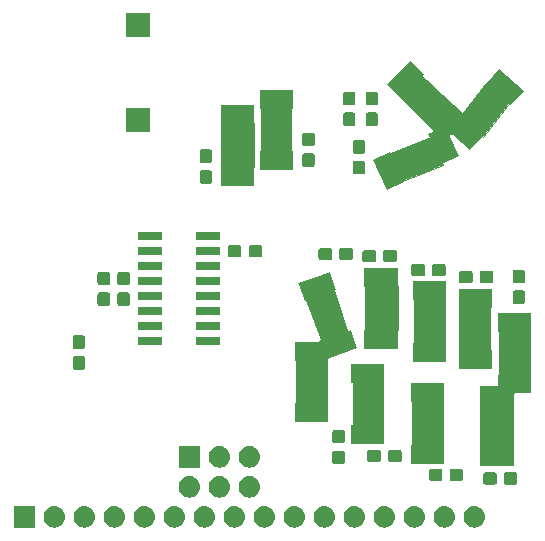
<source format=gbs>
G04 #@! TF.GenerationSoftware,KiCad,Pcbnew,(5.1.2)-1*
G04 #@! TF.CreationDate,2019-07-09T23:08:42-04:00*
G04 #@! TF.ProjectId,SPIvSPI_SAO_Black,53504976-5350-4495-9f53-414f5f426c61,0*
G04 #@! TF.SameCoordinates,PX8b5c450PY5b57ca0*
G04 #@! TF.FileFunction,Soldermask,Bot*
G04 #@! TF.FilePolarity,Negative*
%FSLAX46Y46*%
G04 Gerber Fmt 4.6, Leading zero omitted, Abs format (unit mm)*
G04 Created by KiCad (PCBNEW (5.1.2)-1) date 2019-07-09 23:08:42*
%MOMM*%
%LPD*%
G04 APERTURE LIST*
%ADD10C,0.100000*%
G04 APERTURE END LIST*
D10*
G36*
X18270000Y-13420000D02*
G01*
X15470000Y-13420000D01*
X15470000Y-9620000D01*
X18270000Y-9620000D01*
X18270000Y-13420000D01*
G37*
X18270000Y-13420000D02*
X15470000Y-13420000D01*
X15470000Y-9620000D01*
X18270000Y-9620000D01*
X18270000Y-13420000D01*
G36*
X12270000Y-13220000D02*
G01*
X9670000Y-13220000D01*
X9670000Y-9420000D01*
X12270000Y-9420000D01*
X12270000Y-13220000D01*
G37*
X12270000Y-13220000D02*
X9670000Y-13220000D01*
X9670000Y-9420000D01*
X12270000Y-9420000D01*
X12270000Y-13220000D01*
G36*
X7270000Y-11620000D02*
G01*
X4670000Y-11620000D01*
X4670000Y-7820000D01*
X7270000Y-7820000D01*
X7270000Y-11620000D01*
G37*
X7270000Y-11620000D02*
X4670000Y-11620000D01*
X4670000Y-7820000D01*
X7270000Y-7820000D01*
X7270000Y-11620000D01*
G36*
X2470000Y-9820000D02*
G01*
X-130000Y-9820000D01*
X-130000Y-5820000D01*
X2470000Y-5820000D01*
X2470000Y-9820000D01*
G37*
X2470000Y-9820000D02*
X-130000Y-9820000D01*
X-130000Y-5820000D01*
X2470000Y-5820000D01*
X2470000Y-9820000D01*
G36*
X4270000Y-3620000D02*
G01*
X2070000Y-4420000D01*
X670000Y-820000D01*
X3070000Y-20000D01*
X4270000Y-3620000D01*
G37*
X4270000Y-3620000D02*
X2070000Y-4420000D01*
X670000Y-820000D01*
X3070000Y-20000D01*
X4270000Y-3620000D01*
G36*
X8470000Y-3420000D02*
G01*
X5670000Y-3420000D01*
X5670000Y380000D01*
X8470000Y380000D01*
X8470000Y-3420000D01*
G37*
X8470000Y-3420000D02*
X5670000Y-3420000D01*
X5670000Y380000D01*
X8470000Y380000D01*
X8470000Y-3420000D01*
G36*
X12470000Y-4620000D02*
G01*
X9870000Y-4620000D01*
X9870000Y-820000D01*
X12470000Y-820000D01*
X12470000Y-4620000D01*
G37*
X12470000Y-4620000D02*
X9870000Y-4620000D01*
X9870000Y-820000D01*
X12470000Y-820000D01*
X12470000Y-4620000D01*
G36*
X16270000Y-5220000D02*
G01*
X13670000Y-5220000D01*
X13670000Y-1420000D01*
X16270000Y-1420000D01*
X16270000Y-5220000D01*
G37*
X16270000Y-5220000D02*
X13670000Y-5220000D01*
X13670000Y-1420000D01*
X16270000Y-1420000D01*
X16270000Y-5220000D01*
G36*
X19670000Y-7420000D02*
G01*
X17070000Y-7420000D01*
X17070000Y-3420000D01*
X19670000Y-3420000D01*
X19670000Y-7420000D01*
G37*
X19670000Y-7420000D02*
X17070000Y-7420000D01*
X17070000Y-3420000D01*
X19670000Y-3420000D01*
X19670000Y-7420000D01*
G36*
X-3730000Y10380000D02*
G01*
X-6530000Y10380000D01*
X-6530000Y14180000D01*
X-3730000Y14180000D01*
X-3730000Y10380000D01*
G37*
X-3730000Y10380000D02*
X-6530000Y10380000D01*
X-6530000Y14180000D01*
X-3730000Y14180000D01*
X-3730000Y10380000D01*
G36*
X-530000Y11580000D02*
G01*
X-3130000Y11580000D01*
X-3130000Y15380000D01*
X-530000Y15380000D01*
X-530000Y11580000D01*
G37*
X-530000Y11580000D02*
X-3130000Y11580000D01*
X-3130000Y15380000D01*
X-530000Y15380000D01*
X-530000Y11580000D01*
G36*
X12270000Y10580000D02*
G01*
X8670000Y9180000D01*
X7870000Y11580000D01*
X11270000Y12980000D01*
X12270000Y10580000D01*
G37*
X12270000Y10580000D02*
X8670000Y9180000D01*
X7870000Y11580000D01*
X11270000Y12980000D01*
X12270000Y10580000D01*
G36*
X13270000Y15580000D02*
G01*
X11470000Y13580000D01*
X8670000Y16380000D01*
X10470000Y18180000D01*
X13270000Y15580000D01*
G37*
X13270000Y15580000D02*
X11470000Y13580000D01*
X8670000Y16380000D01*
X10470000Y18180000D01*
X13270000Y15580000D01*
G36*
X18070000Y15980000D02*
G01*
X15670000Y12980000D01*
X13670000Y14580000D01*
X16070000Y17580000D01*
X18070000Y15980000D01*
G37*
X18070000Y15980000D02*
X15670000Y12980000D01*
X13670000Y14580000D01*
X16070000Y17580000D01*
X18070000Y15980000D01*
G36*
X-20499558Y-18315518D02*
G01*
X-20433373Y-18322037D01*
X-20263534Y-18373557D01*
X-20107009Y-18457222D01*
X-20071271Y-18486552D01*
X-19969814Y-18569814D01*
X-19886552Y-18671271D01*
X-19857222Y-18707009D01*
X-19773557Y-18863534D01*
X-19722037Y-19033373D01*
X-19704641Y-19210000D01*
X-19722037Y-19386627D01*
X-19773557Y-19556466D01*
X-19857222Y-19712991D01*
X-19886552Y-19748729D01*
X-19969814Y-19850186D01*
X-20071271Y-19933448D01*
X-20107009Y-19962778D01*
X-20263534Y-20046443D01*
X-20433373Y-20097963D01*
X-20499557Y-20104481D01*
X-20565740Y-20111000D01*
X-20654260Y-20111000D01*
X-20720443Y-20104481D01*
X-20786627Y-20097963D01*
X-20956466Y-20046443D01*
X-21112991Y-19962778D01*
X-21148729Y-19933448D01*
X-21250186Y-19850186D01*
X-21333448Y-19748729D01*
X-21362778Y-19712991D01*
X-21446443Y-19556466D01*
X-21497963Y-19386627D01*
X-21515359Y-19210000D01*
X-21497963Y-19033373D01*
X-21446443Y-18863534D01*
X-21362778Y-18707009D01*
X-21333448Y-18671271D01*
X-21250186Y-18569814D01*
X-21148729Y-18486552D01*
X-21112991Y-18457222D01*
X-20956466Y-18373557D01*
X-20786627Y-18322037D01*
X-20720442Y-18315518D01*
X-20654260Y-18309000D01*
X-20565740Y-18309000D01*
X-20499558Y-18315518D01*
X-20499558Y-18315518D01*
G37*
G36*
X-179558Y-18315518D02*
G01*
X-113373Y-18322037D01*
X56466Y-18373557D01*
X212991Y-18457222D01*
X248729Y-18486552D01*
X350186Y-18569814D01*
X433448Y-18671271D01*
X462778Y-18707009D01*
X546443Y-18863534D01*
X597963Y-19033373D01*
X615359Y-19210000D01*
X597963Y-19386627D01*
X546443Y-19556466D01*
X462778Y-19712991D01*
X433448Y-19748729D01*
X350186Y-19850186D01*
X248729Y-19933448D01*
X212991Y-19962778D01*
X56466Y-20046443D01*
X-113373Y-20097963D01*
X-179557Y-20104481D01*
X-245740Y-20111000D01*
X-334260Y-20111000D01*
X-400443Y-20104481D01*
X-466627Y-20097963D01*
X-636466Y-20046443D01*
X-792991Y-19962778D01*
X-828729Y-19933448D01*
X-930186Y-19850186D01*
X-1013448Y-19748729D01*
X-1042778Y-19712991D01*
X-1126443Y-19556466D01*
X-1177963Y-19386627D01*
X-1195359Y-19210000D01*
X-1177963Y-19033373D01*
X-1126443Y-18863534D01*
X-1042778Y-18707009D01*
X-1013448Y-18671271D01*
X-930186Y-18569814D01*
X-828729Y-18486552D01*
X-792991Y-18457222D01*
X-636466Y-18373557D01*
X-466627Y-18322037D01*
X-400442Y-18315518D01*
X-334260Y-18309000D01*
X-245740Y-18309000D01*
X-179558Y-18315518D01*
X-179558Y-18315518D01*
G37*
G36*
X15060442Y-18315518D02*
G01*
X15126627Y-18322037D01*
X15296466Y-18373557D01*
X15452991Y-18457222D01*
X15488729Y-18486552D01*
X15590186Y-18569814D01*
X15673448Y-18671271D01*
X15702778Y-18707009D01*
X15786443Y-18863534D01*
X15837963Y-19033373D01*
X15855359Y-19210000D01*
X15837963Y-19386627D01*
X15786443Y-19556466D01*
X15702778Y-19712991D01*
X15673448Y-19748729D01*
X15590186Y-19850186D01*
X15488729Y-19933448D01*
X15452991Y-19962778D01*
X15296466Y-20046443D01*
X15126627Y-20097963D01*
X15060443Y-20104481D01*
X14994260Y-20111000D01*
X14905740Y-20111000D01*
X14839557Y-20104481D01*
X14773373Y-20097963D01*
X14603534Y-20046443D01*
X14447009Y-19962778D01*
X14411271Y-19933448D01*
X14309814Y-19850186D01*
X14226552Y-19748729D01*
X14197222Y-19712991D01*
X14113557Y-19556466D01*
X14062037Y-19386627D01*
X14044641Y-19210000D01*
X14062037Y-19033373D01*
X14113557Y-18863534D01*
X14197222Y-18707009D01*
X14226552Y-18671271D01*
X14309814Y-18569814D01*
X14411271Y-18486552D01*
X14447009Y-18457222D01*
X14603534Y-18373557D01*
X14773373Y-18322037D01*
X14839558Y-18315518D01*
X14905740Y-18309000D01*
X14994260Y-18309000D01*
X15060442Y-18315518D01*
X15060442Y-18315518D01*
G37*
G36*
X12520442Y-18315518D02*
G01*
X12586627Y-18322037D01*
X12756466Y-18373557D01*
X12912991Y-18457222D01*
X12948729Y-18486552D01*
X13050186Y-18569814D01*
X13133448Y-18671271D01*
X13162778Y-18707009D01*
X13246443Y-18863534D01*
X13297963Y-19033373D01*
X13315359Y-19210000D01*
X13297963Y-19386627D01*
X13246443Y-19556466D01*
X13162778Y-19712991D01*
X13133448Y-19748729D01*
X13050186Y-19850186D01*
X12948729Y-19933448D01*
X12912991Y-19962778D01*
X12756466Y-20046443D01*
X12586627Y-20097963D01*
X12520443Y-20104481D01*
X12454260Y-20111000D01*
X12365740Y-20111000D01*
X12299557Y-20104481D01*
X12233373Y-20097963D01*
X12063534Y-20046443D01*
X11907009Y-19962778D01*
X11871271Y-19933448D01*
X11769814Y-19850186D01*
X11686552Y-19748729D01*
X11657222Y-19712991D01*
X11573557Y-19556466D01*
X11522037Y-19386627D01*
X11504641Y-19210000D01*
X11522037Y-19033373D01*
X11573557Y-18863534D01*
X11657222Y-18707009D01*
X11686552Y-18671271D01*
X11769814Y-18569814D01*
X11871271Y-18486552D01*
X11907009Y-18457222D01*
X12063534Y-18373557D01*
X12233373Y-18322037D01*
X12299558Y-18315518D01*
X12365740Y-18309000D01*
X12454260Y-18309000D01*
X12520442Y-18315518D01*
X12520442Y-18315518D01*
G37*
G36*
X9980442Y-18315518D02*
G01*
X10046627Y-18322037D01*
X10216466Y-18373557D01*
X10372991Y-18457222D01*
X10408729Y-18486552D01*
X10510186Y-18569814D01*
X10593448Y-18671271D01*
X10622778Y-18707009D01*
X10706443Y-18863534D01*
X10757963Y-19033373D01*
X10775359Y-19210000D01*
X10757963Y-19386627D01*
X10706443Y-19556466D01*
X10622778Y-19712991D01*
X10593448Y-19748729D01*
X10510186Y-19850186D01*
X10408729Y-19933448D01*
X10372991Y-19962778D01*
X10216466Y-20046443D01*
X10046627Y-20097963D01*
X9980443Y-20104481D01*
X9914260Y-20111000D01*
X9825740Y-20111000D01*
X9759557Y-20104481D01*
X9693373Y-20097963D01*
X9523534Y-20046443D01*
X9367009Y-19962778D01*
X9331271Y-19933448D01*
X9229814Y-19850186D01*
X9146552Y-19748729D01*
X9117222Y-19712991D01*
X9033557Y-19556466D01*
X8982037Y-19386627D01*
X8964641Y-19210000D01*
X8982037Y-19033373D01*
X9033557Y-18863534D01*
X9117222Y-18707009D01*
X9146552Y-18671271D01*
X9229814Y-18569814D01*
X9331271Y-18486552D01*
X9367009Y-18457222D01*
X9523534Y-18373557D01*
X9693373Y-18322037D01*
X9759558Y-18315518D01*
X9825740Y-18309000D01*
X9914260Y-18309000D01*
X9980442Y-18315518D01*
X9980442Y-18315518D01*
G37*
G36*
X7440442Y-18315518D02*
G01*
X7506627Y-18322037D01*
X7676466Y-18373557D01*
X7832991Y-18457222D01*
X7868729Y-18486552D01*
X7970186Y-18569814D01*
X8053448Y-18671271D01*
X8082778Y-18707009D01*
X8166443Y-18863534D01*
X8217963Y-19033373D01*
X8235359Y-19210000D01*
X8217963Y-19386627D01*
X8166443Y-19556466D01*
X8082778Y-19712991D01*
X8053448Y-19748729D01*
X7970186Y-19850186D01*
X7868729Y-19933448D01*
X7832991Y-19962778D01*
X7676466Y-20046443D01*
X7506627Y-20097963D01*
X7440443Y-20104481D01*
X7374260Y-20111000D01*
X7285740Y-20111000D01*
X7219557Y-20104481D01*
X7153373Y-20097963D01*
X6983534Y-20046443D01*
X6827009Y-19962778D01*
X6791271Y-19933448D01*
X6689814Y-19850186D01*
X6606552Y-19748729D01*
X6577222Y-19712991D01*
X6493557Y-19556466D01*
X6442037Y-19386627D01*
X6424641Y-19210000D01*
X6442037Y-19033373D01*
X6493557Y-18863534D01*
X6577222Y-18707009D01*
X6606552Y-18671271D01*
X6689814Y-18569814D01*
X6791271Y-18486552D01*
X6827009Y-18457222D01*
X6983534Y-18373557D01*
X7153373Y-18322037D01*
X7219558Y-18315518D01*
X7285740Y-18309000D01*
X7374260Y-18309000D01*
X7440442Y-18315518D01*
X7440442Y-18315518D01*
G37*
G36*
X4900442Y-18315518D02*
G01*
X4966627Y-18322037D01*
X5136466Y-18373557D01*
X5292991Y-18457222D01*
X5328729Y-18486552D01*
X5430186Y-18569814D01*
X5513448Y-18671271D01*
X5542778Y-18707009D01*
X5626443Y-18863534D01*
X5677963Y-19033373D01*
X5695359Y-19210000D01*
X5677963Y-19386627D01*
X5626443Y-19556466D01*
X5542778Y-19712991D01*
X5513448Y-19748729D01*
X5430186Y-19850186D01*
X5328729Y-19933448D01*
X5292991Y-19962778D01*
X5136466Y-20046443D01*
X4966627Y-20097963D01*
X4900443Y-20104481D01*
X4834260Y-20111000D01*
X4745740Y-20111000D01*
X4679557Y-20104481D01*
X4613373Y-20097963D01*
X4443534Y-20046443D01*
X4287009Y-19962778D01*
X4251271Y-19933448D01*
X4149814Y-19850186D01*
X4066552Y-19748729D01*
X4037222Y-19712991D01*
X3953557Y-19556466D01*
X3902037Y-19386627D01*
X3884641Y-19210000D01*
X3902037Y-19033373D01*
X3953557Y-18863534D01*
X4037222Y-18707009D01*
X4066552Y-18671271D01*
X4149814Y-18569814D01*
X4251271Y-18486552D01*
X4287009Y-18457222D01*
X4443534Y-18373557D01*
X4613373Y-18322037D01*
X4679558Y-18315518D01*
X4745740Y-18309000D01*
X4834260Y-18309000D01*
X4900442Y-18315518D01*
X4900442Y-18315518D01*
G37*
G36*
X2360442Y-18315518D02*
G01*
X2426627Y-18322037D01*
X2596466Y-18373557D01*
X2752991Y-18457222D01*
X2788729Y-18486552D01*
X2890186Y-18569814D01*
X2973448Y-18671271D01*
X3002778Y-18707009D01*
X3086443Y-18863534D01*
X3137963Y-19033373D01*
X3155359Y-19210000D01*
X3137963Y-19386627D01*
X3086443Y-19556466D01*
X3002778Y-19712991D01*
X2973448Y-19748729D01*
X2890186Y-19850186D01*
X2788729Y-19933448D01*
X2752991Y-19962778D01*
X2596466Y-20046443D01*
X2426627Y-20097963D01*
X2360443Y-20104481D01*
X2294260Y-20111000D01*
X2205740Y-20111000D01*
X2139557Y-20104481D01*
X2073373Y-20097963D01*
X1903534Y-20046443D01*
X1747009Y-19962778D01*
X1711271Y-19933448D01*
X1609814Y-19850186D01*
X1526552Y-19748729D01*
X1497222Y-19712991D01*
X1413557Y-19556466D01*
X1362037Y-19386627D01*
X1344641Y-19210000D01*
X1362037Y-19033373D01*
X1413557Y-18863534D01*
X1497222Y-18707009D01*
X1526552Y-18671271D01*
X1609814Y-18569814D01*
X1711271Y-18486552D01*
X1747009Y-18457222D01*
X1903534Y-18373557D01*
X2073373Y-18322037D01*
X2139558Y-18315518D01*
X2205740Y-18309000D01*
X2294260Y-18309000D01*
X2360442Y-18315518D01*
X2360442Y-18315518D01*
G37*
G36*
X-22249000Y-20111000D02*
G01*
X-24051000Y-20111000D01*
X-24051000Y-18309000D01*
X-22249000Y-18309000D01*
X-22249000Y-20111000D01*
X-22249000Y-20111000D01*
G37*
G36*
X-5259558Y-18315518D02*
G01*
X-5193373Y-18322037D01*
X-5023534Y-18373557D01*
X-4867009Y-18457222D01*
X-4831271Y-18486552D01*
X-4729814Y-18569814D01*
X-4646552Y-18671271D01*
X-4617222Y-18707009D01*
X-4533557Y-18863534D01*
X-4482037Y-19033373D01*
X-4464641Y-19210000D01*
X-4482037Y-19386627D01*
X-4533557Y-19556466D01*
X-4617222Y-19712991D01*
X-4646552Y-19748729D01*
X-4729814Y-19850186D01*
X-4831271Y-19933448D01*
X-4867009Y-19962778D01*
X-5023534Y-20046443D01*
X-5193373Y-20097963D01*
X-5259557Y-20104481D01*
X-5325740Y-20111000D01*
X-5414260Y-20111000D01*
X-5480443Y-20104481D01*
X-5546627Y-20097963D01*
X-5716466Y-20046443D01*
X-5872991Y-19962778D01*
X-5908729Y-19933448D01*
X-6010186Y-19850186D01*
X-6093448Y-19748729D01*
X-6122778Y-19712991D01*
X-6206443Y-19556466D01*
X-6257963Y-19386627D01*
X-6275359Y-19210000D01*
X-6257963Y-19033373D01*
X-6206443Y-18863534D01*
X-6122778Y-18707009D01*
X-6093448Y-18671271D01*
X-6010186Y-18569814D01*
X-5908729Y-18486552D01*
X-5872991Y-18457222D01*
X-5716466Y-18373557D01*
X-5546627Y-18322037D01*
X-5480442Y-18315518D01*
X-5414260Y-18309000D01*
X-5325740Y-18309000D01*
X-5259558Y-18315518D01*
X-5259558Y-18315518D01*
G37*
G36*
X-2719558Y-18315518D02*
G01*
X-2653373Y-18322037D01*
X-2483534Y-18373557D01*
X-2327009Y-18457222D01*
X-2291271Y-18486552D01*
X-2189814Y-18569814D01*
X-2106552Y-18671271D01*
X-2077222Y-18707009D01*
X-1993557Y-18863534D01*
X-1942037Y-19033373D01*
X-1924641Y-19210000D01*
X-1942037Y-19386627D01*
X-1993557Y-19556466D01*
X-2077222Y-19712991D01*
X-2106552Y-19748729D01*
X-2189814Y-19850186D01*
X-2291271Y-19933448D01*
X-2327009Y-19962778D01*
X-2483534Y-20046443D01*
X-2653373Y-20097963D01*
X-2719557Y-20104481D01*
X-2785740Y-20111000D01*
X-2874260Y-20111000D01*
X-2940443Y-20104481D01*
X-3006627Y-20097963D01*
X-3176466Y-20046443D01*
X-3332991Y-19962778D01*
X-3368729Y-19933448D01*
X-3470186Y-19850186D01*
X-3553448Y-19748729D01*
X-3582778Y-19712991D01*
X-3666443Y-19556466D01*
X-3717963Y-19386627D01*
X-3735359Y-19210000D01*
X-3717963Y-19033373D01*
X-3666443Y-18863534D01*
X-3582778Y-18707009D01*
X-3553448Y-18671271D01*
X-3470186Y-18569814D01*
X-3368729Y-18486552D01*
X-3332991Y-18457222D01*
X-3176466Y-18373557D01*
X-3006627Y-18322037D01*
X-2940442Y-18315518D01*
X-2874260Y-18309000D01*
X-2785740Y-18309000D01*
X-2719558Y-18315518D01*
X-2719558Y-18315518D01*
G37*
G36*
X-17959558Y-18315518D02*
G01*
X-17893373Y-18322037D01*
X-17723534Y-18373557D01*
X-17567009Y-18457222D01*
X-17531271Y-18486552D01*
X-17429814Y-18569814D01*
X-17346552Y-18671271D01*
X-17317222Y-18707009D01*
X-17233557Y-18863534D01*
X-17182037Y-19033373D01*
X-17164641Y-19210000D01*
X-17182037Y-19386627D01*
X-17233557Y-19556466D01*
X-17317222Y-19712991D01*
X-17346552Y-19748729D01*
X-17429814Y-19850186D01*
X-17531271Y-19933448D01*
X-17567009Y-19962778D01*
X-17723534Y-20046443D01*
X-17893373Y-20097963D01*
X-17959557Y-20104481D01*
X-18025740Y-20111000D01*
X-18114260Y-20111000D01*
X-18180443Y-20104481D01*
X-18246627Y-20097963D01*
X-18416466Y-20046443D01*
X-18572991Y-19962778D01*
X-18608729Y-19933448D01*
X-18710186Y-19850186D01*
X-18793448Y-19748729D01*
X-18822778Y-19712991D01*
X-18906443Y-19556466D01*
X-18957963Y-19386627D01*
X-18975359Y-19210000D01*
X-18957963Y-19033373D01*
X-18906443Y-18863534D01*
X-18822778Y-18707009D01*
X-18793448Y-18671271D01*
X-18710186Y-18569814D01*
X-18608729Y-18486552D01*
X-18572991Y-18457222D01*
X-18416466Y-18373557D01*
X-18246627Y-18322037D01*
X-18180442Y-18315518D01*
X-18114260Y-18309000D01*
X-18025740Y-18309000D01*
X-17959558Y-18315518D01*
X-17959558Y-18315518D01*
G37*
G36*
X-15419558Y-18315518D02*
G01*
X-15353373Y-18322037D01*
X-15183534Y-18373557D01*
X-15027009Y-18457222D01*
X-14991271Y-18486552D01*
X-14889814Y-18569814D01*
X-14806552Y-18671271D01*
X-14777222Y-18707009D01*
X-14693557Y-18863534D01*
X-14642037Y-19033373D01*
X-14624641Y-19210000D01*
X-14642037Y-19386627D01*
X-14693557Y-19556466D01*
X-14777222Y-19712991D01*
X-14806552Y-19748729D01*
X-14889814Y-19850186D01*
X-14991271Y-19933448D01*
X-15027009Y-19962778D01*
X-15183534Y-20046443D01*
X-15353373Y-20097963D01*
X-15419557Y-20104481D01*
X-15485740Y-20111000D01*
X-15574260Y-20111000D01*
X-15640443Y-20104481D01*
X-15706627Y-20097963D01*
X-15876466Y-20046443D01*
X-16032991Y-19962778D01*
X-16068729Y-19933448D01*
X-16170186Y-19850186D01*
X-16253448Y-19748729D01*
X-16282778Y-19712991D01*
X-16366443Y-19556466D01*
X-16417963Y-19386627D01*
X-16435359Y-19210000D01*
X-16417963Y-19033373D01*
X-16366443Y-18863534D01*
X-16282778Y-18707009D01*
X-16253448Y-18671271D01*
X-16170186Y-18569814D01*
X-16068729Y-18486552D01*
X-16032991Y-18457222D01*
X-15876466Y-18373557D01*
X-15706627Y-18322037D01*
X-15640442Y-18315518D01*
X-15574260Y-18309000D01*
X-15485740Y-18309000D01*
X-15419558Y-18315518D01*
X-15419558Y-18315518D01*
G37*
G36*
X-10339558Y-18315518D02*
G01*
X-10273373Y-18322037D01*
X-10103534Y-18373557D01*
X-9947009Y-18457222D01*
X-9911271Y-18486552D01*
X-9809814Y-18569814D01*
X-9726552Y-18671271D01*
X-9697222Y-18707009D01*
X-9613557Y-18863534D01*
X-9562037Y-19033373D01*
X-9544641Y-19210000D01*
X-9562037Y-19386627D01*
X-9613557Y-19556466D01*
X-9697222Y-19712991D01*
X-9726552Y-19748729D01*
X-9809814Y-19850186D01*
X-9911271Y-19933448D01*
X-9947009Y-19962778D01*
X-10103534Y-20046443D01*
X-10273373Y-20097963D01*
X-10339557Y-20104481D01*
X-10405740Y-20111000D01*
X-10494260Y-20111000D01*
X-10560443Y-20104481D01*
X-10626627Y-20097963D01*
X-10796466Y-20046443D01*
X-10952991Y-19962778D01*
X-10988729Y-19933448D01*
X-11090186Y-19850186D01*
X-11173448Y-19748729D01*
X-11202778Y-19712991D01*
X-11286443Y-19556466D01*
X-11337963Y-19386627D01*
X-11355359Y-19210000D01*
X-11337963Y-19033373D01*
X-11286443Y-18863534D01*
X-11202778Y-18707009D01*
X-11173448Y-18671271D01*
X-11090186Y-18569814D01*
X-10988729Y-18486552D01*
X-10952991Y-18457222D01*
X-10796466Y-18373557D01*
X-10626627Y-18322037D01*
X-10560442Y-18315518D01*
X-10494260Y-18309000D01*
X-10405740Y-18309000D01*
X-10339558Y-18315518D01*
X-10339558Y-18315518D01*
G37*
G36*
X-7799558Y-18315518D02*
G01*
X-7733373Y-18322037D01*
X-7563534Y-18373557D01*
X-7407009Y-18457222D01*
X-7371271Y-18486552D01*
X-7269814Y-18569814D01*
X-7186552Y-18671271D01*
X-7157222Y-18707009D01*
X-7073557Y-18863534D01*
X-7022037Y-19033373D01*
X-7004641Y-19210000D01*
X-7022037Y-19386627D01*
X-7073557Y-19556466D01*
X-7157222Y-19712991D01*
X-7186552Y-19748729D01*
X-7269814Y-19850186D01*
X-7371271Y-19933448D01*
X-7407009Y-19962778D01*
X-7563534Y-20046443D01*
X-7733373Y-20097963D01*
X-7799557Y-20104481D01*
X-7865740Y-20111000D01*
X-7954260Y-20111000D01*
X-8020443Y-20104481D01*
X-8086627Y-20097963D01*
X-8256466Y-20046443D01*
X-8412991Y-19962778D01*
X-8448729Y-19933448D01*
X-8550186Y-19850186D01*
X-8633448Y-19748729D01*
X-8662778Y-19712991D01*
X-8746443Y-19556466D01*
X-8797963Y-19386627D01*
X-8815359Y-19210000D01*
X-8797963Y-19033373D01*
X-8746443Y-18863534D01*
X-8662778Y-18707009D01*
X-8633448Y-18671271D01*
X-8550186Y-18569814D01*
X-8448729Y-18486552D01*
X-8412991Y-18457222D01*
X-8256466Y-18373557D01*
X-8086627Y-18322037D01*
X-8020442Y-18315518D01*
X-7954260Y-18309000D01*
X-7865740Y-18309000D01*
X-7799558Y-18315518D01*
X-7799558Y-18315518D01*
G37*
G36*
X-12879558Y-18315518D02*
G01*
X-12813373Y-18322037D01*
X-12643534Y-18373557D01*
X-12487009Y-18457222D01*
X-12451271Y-18486552D01*
X-12349814Y-18569814D01*
X-12266552Y-18671271D01*
X-12237222Y-18707009D01*
X-12153557Y-18863534D01*
X-12102037Y-19033373D01*
X-12084641Y-19210000D01*
X-12102037Y-19386627D01*
X-12153557Y-19556466D01*
X-12237222Y-19712991D01*
X-12266552Y-19748729D01*
X-12349814Y-19850186D01*
X-12451271Y-19933448D01*
X-12487009Y-19962778D01*
X-12643534Y-20046443D01*
X-12813373Y-20097963D01*
X-12879557Y-20104481D01*
X-12945740Y-20111000D01*
X-13034260Y-20111000D01*
X-13100443Y-20104481D01*
X-13166627Y-20097963D01*
X-13336466Y-20046443D01*
X-13492991Y-19962778D01*
X-13528729Y-19933448D01*
X-13630186Y-19850186D01*
X-13713448Y-19748729D01*
X-13742778Y-19712991D01*
X-13826443Y-19556466D01*
X-13877963Y-19386627D01*
X-13895359Y-19210000D01*
X-13877963Y-19033373D01*
X-13826443Y-18863534D01*
X-13742778Y-18707009D01*
X-13713448Y-18671271D01*
X-13630186Y-18569814D01*
X-13528729Y-18486552D01*
X-13492991Y-18457222D01*
X-13336466Y-18373557D01*
X-13166627Y-18322037D01*
X-13100442Y-18315518D01*
X-13034260Y-18309000D01*
X-12945740Y-18309000D01*
X-12879558Y-18315518D01*
X-12879558Y-18315518D01*
G37*
G36*
X-8980706Y-15758633D02*
G01*
X-8808305Y-15810931D01*
X-8649417Y-15895858D01*
X-8510151Y-16010151D01*
X-8395858Y-16149417D01*
X-8310931Y-16308305D01*
X-8258633Y-16480706D01*
X-8240975Y-16660000D01*
X-8258633Y-16839294D01*
X-8310931Y-17011695D01*
X-8395858Y-17170583D01*
X-8510151Y-17309849D01*
X-8649417Y-17424142D01*
X-8808305Y-17509069D01*
X-8980706Y-17561367D01*
X-9115069Y-17574600D01*
X-9204931Y-17574600D01*
X-9339294Y-17561367D01*
X-9511695Y-17509069D01*
X-9670583Y-17424142D01*
X-9809849Y-17309849D01*
X-9924142Y-17170583D01*
X-10009069Y-17011695D01*
X-10061367Y-16839294D01*
X-10079025Y-16660000D01*
X-10061367Y-16480706D01*
X-10009069Y-16308305D01*
X-9924142Y-16149417D01*
X-9809849Y-16010151D01*
X-9670583Y-15895858D01*
X-9511695Y-15810931D01*
X-9339294Y-15758633D01*
X-9204931Y-15745400D01*
X-9115069Y-15745400D01*
X-8980706Y-15758633D01*
X-8980706Y-15758633D01*
G37*
G36*
X-3900706Y-15758633D02*
G01*
X-3728305Y-15810931D01*
X-3569417Y-15895858D01*
X-3430151Y-16010151D01*
X-3315858Y-16149417D01*
X-3230931Y-16308305D01*
X-3178633Y-16480706D01*
X-3160975Y-16660000D01*
X-3178633Y-16839294D01*
X-3230931Y-17011695D01*
X-3315858Y-17170583D01*
X-3430151Y-17309849D01*
X-3569417Y-17424142D01*
X-3728305Y-17509069D01*
X-3900706Y-17561367D01*
X-4035069Y-17574600D01*
X-4124931Y-17574600D01*
X-4259294Y-17561367D01*
X-4431695Y-17509069D01*
X-4590583Y-17424142D01*
X-4729849Y-17309849D01*
X-4844142Y-17170583D01*
X-4929069Y-17011695D01*
X-4981367Y-16839294D01*
X-4999025Y-16660000D01*
X-4981367Y-16480706D01*
X-4929069Y-16308305D01*
X-4844142Y-16149417D01*
X-4729849Y-16010151D01*
X-4590583Y-15895858D01*
X-4431695Y-15810931D01*
X-4259294Y-15758633D01*
X-4124931Y-15745400D01*
X-4035069Y-15745400D01*
X-3900706Y-15758633D01*
X-3900706Y-15758633D01*
G37*
G36*
X-6440706Y-15758633D02*
G01*
X-6268305Y-15810931D01*
X-6109417Y-15895858D01*
X-5970151Y-16010151D01*
X-5855858Y-16149417D01*
X-5770931Y-16308305D01*
X-5718633Y-16480706D01*
X-5700975Y-16660000D01*
X-5718633Y-16839294D01*
X-5770931Y-17011695D01*
X-5855858Y-17170583D01*
X-5970151Y-17309849D01*
X-6109417Y-17424142D01*
X-6268305Y-17509069D01*
X-6440706Y-17561367D01*
X-6575069Y-17574600D01*
X-6664931Y-17574600D01*
X-6799294Y-17561367D01*
X-6971695Y-17509069D01*
X-7130583Y-17424142D01*
X-7269849Y-17309849D01*
X-7384142Y-17170583D01*
X-7469069Y-17011695D01*
X-7521367Y-16839294D01*
X-7539025Y-16660000D01*
X-7521367Y-16480706D01*
X-7469069Y-16308305D01*
X-7384142Y-16149417D01*
X-7269849Y-16010151D01*
X-7130583Y-15895858D01*
X-6971695Y-15810931D01*
X-6799294Y-15758633D01*
X-6664931Y-15745400D01*
X-6575069Y-15745400D01*
X-6440706Y-15758633D01*
X-6440706Y-15758633D01*
G37*
G36*
X18444499Y-15428445D02*
G01*
X18481995Y-15439820D01*
X18516554Y-15458292D01*
X18546847Y-15483153D01*
X18571708Y-15513446D01*
X18590180Y-15548005D01*
X18601555Y-15585501D01*
X18606000Y-15630638D01*
X18606000Y-16269362D01*
X18601555Y-16314499D01*
X18590180Y-16351995D01*
X18571708Y-16386554D01*
X18546847Y-16416847D01*
X18516554Y-16441708D01*
X18481995Y-16460180D01*
X18444499Y-16471555D01*
X18399362Y-16476000D01*
X17660638Y-16476000D01*
X17615501Y-16471555D01*
X17578005Y-16460180D01*
X17543446Y-16441708D01*
X17513153Y-16416847D01*
X17488292Y-16386554D01*
X17469820Y-16351995D01*
X17458445Y-16314499D01*
X17454000Y-16269362D01*
X17454000Y-15630638D01*
X17458445Y-15585501D01*
X17469820Y-15548005D01*
X17488292Y-15513446D01*
X17513153Y-15483153D01*
X17543446Y-15458292D01*
X17578005Y-15439820D01*
X17615501Y-15428445D01*
X17660638Y-15424000D01*
X18399362Y-15424000D01*
X18444499Y-15428445D01*
X18444499Y-15428445D01*
G37*
G36*
X16694499Y-15428445D02*
G01*
X16731995Y-15439820D01*
X16766554Y-15458292D01*
X16796847Y-15483153D01*
X16821708Y-15513446D01*
X16840180Y-15548005D01*
X16851555Y-15585501D01*
X16856000Y-15630638D01*
X16856000Y-16269362D01*
X16851555Y-16314499D01*
X16840180Y-16351995D01*
X16821708Y-16386554D01*
X16796847Y-16416847D01*
X16766554Y-16441708D01*
X16731995Y-16460180D01*
X16694499Y-16471555D01*
X16649362Y-16476000D01*
X15910638Y-16476000D01*
X15865501Y-16471555D01*
X15828005Y-16460180D01*
X15793446Y-16441708D01*
X15763153Y-16416847D01*
X15738292Y-16386554D01*
X15719820Y-16351995D01*
X15708445Y-16314499D01*
X15704000Y-16269362D01*
X15704000Y-15630638D01*
X15708445Y-15585501D01*
X15719820Y-15548005D01*
X15738292Y-15513446D01*
X15763153Y-15483153D01*
X15793446Y-15458292D01*
X15828005Y-15439820D01*
X15865501Y-15428445D01*
X15910638Y-15424000D01*
X16649362Y-15424000D01*
X16694499Y-15428445D01*
X16694499Y-15428445D01*
G37*
G36*
X13849499Y-15118445D02*
G01*
X13886995Y-15129820D01*
X13921554Y-15148292D01*
X13951847Y-15173153D01*
X13976708Y-15203446D01*
X13995180Y-15238005D01*
X14006555Y-15275501D01*
X14011000Y-15320638D01*
X14011000Y-15959362D01*
X14006555Y-16004499D01*
X13995180Y-16041995D01*
X13976708Y-16076554D01*
X13951847Y-16106847D01*
X13921554Y-16131708D01*
X13886995Y-16150180D01*
X13849499Y-16161555D01*
X13804362Y-16166000D01*
X13065638Y-16166000D01*
X13020501Y-16161555D01*
X12983005Y-16150180D01*
X12948446Y-16131708D01*
X12918153Y-16106847D01*
X12893292Y-16076554D01*
X12874820Y-16041995D01*
X12863445Y-16004499D01*
X12859000Y-15959362D01*
X12859000Y-15320638D01*
X12863445Y-15275501D01*
X12874820Y-15238005D01*
X12893292Y-15203446D01*
X12918153Y-15173153D01*
X12948446Y-15148292D01*
X12983005Y-15129820D01*
X13020501Y-15118445D01*
X13065638Y-15114000D01*
X13804362Y-15114000D01*
X13849499Y-15118445D01*
X13849499Y-15118445D01*
G37*
G36*
X12099499Y-15118445D02*
G01*
X12136995Y-15129820D01*
X12171554Y-15148292D01*
X12201847Y-15173153D01*
X12226708Y-15203446D01*
X12245180Y-15238005D01*
X12256555Y-15275501D01*
X12261000Y-15320638D01*
X12261000Y-15959362D01*
X12256555Y-16004499D01*
X12245180Y-16041995D01*
X12226708Y-16076554D01*
X12201847Y-16106847D01*
X12171554Y-16131708D01*
X12136995Y-16150180D01*
X12099499Y-16161555D01*
X12054362Y-16166000D01*
X11315638Y-16166000D01*
X11270501Y-16161555D01*
X11233005Y-16150180D01*
X11198446Y-16131708D01*
X11168153Y-16106847D01*
X11143292Y-16076554D01*
X11124820Y-16041995D01*
X11113445Y-16004499D01*
X11109000Y-15959362D01*
X11109000Y-15320638D01*
X11113445Y-15275501D01*
X11124820Y-15238005D01*
X11143292Y-15203446D01*
X11168153Y-15173153D01*
X11198446Y-15148292D01*
X11233005Y-15129820D01*
X11270501Y-15118445D01*
X11315638Y-15114000D01*
X12054362Y-15114000D01*
X12099499Y-15118445D01*
X12099499Y-15118445D01*
G37*
G36*
X-6440706Y-13218633D02*
G01*
X-6268305Y-13270931D01*
X-6109417Y-13355858D01*
X-5970151Y-13470151D01*
X-5855858Y-13609417D01*
X-5770931Y-13768305D01*
X-5718633Y-13940706D01*
X-5700975Y-14120000D01*
X-5718633Y-14299294D01*
X-5770931Y-14471695D01*
X-5855858Y-14630583D01*
X-5970151Y-14769849D01*
X-6109417Y-14884142D01*
X-6268305Y-14969069D01*
X-6440706Y-15021367D01*
X-6575069Y-15034600D01*
X-6664931Y-15034600D01*
X-6799294Y-15021367D01*
X-6971695Y-14969069D01*
X-7130583Y-14884142D01*
X-7269849Y-14769849D01*
X-7384142Y-14630583D01*
X-7469069Y-14471695D01*
X-7521367Y-14299294D01*
X-7539025Y-14120000D01*
X-7521367Y-13940706D01*
X-7469069Y-13768305D01*
X-7384142Y-13609417D01*
X-7269849Y-13470151D01*
X-7130583Y-13355858D01*
X-6971695Y-13270931D01*
X-6799294Y-13218633D01*
X-6664931Y-13205400D01*
X-6575069Y-13205400D01*
X-6440706Y-13218633D01*
X-6440706Y-13218633D01*
G37*
G36*
X-8245400Y-15034600D02*
G01*
X-10074600Y-15034600D01*
X-10074600Y-13205400D01*
X-8245400Y-13205400D01*
X-8245400Y-15034600D01*
X-8245400Y-15034600D01*
G37*
G36*
X-3900706Y-13218633D02*
G01*
X-3728305Y-13270931D01*
X-3569417Y-13355858D01*
X-3430151Y-13470151D01*
X-3315858Y-13609417D01*
X-3230931Y-13768305D01*
X-3178633Y-13940706D01*
X-3160975Y-14120000D01*
X-3178633Y-14299294D01*
X-3230931Y-14471695D01*
X-3315858Y-14630583D01*
X-3430151Y-14769849D01*
X-3569417Y-14884142D01*
X-3728305Y-14969069D01*
X-3900706Y-15021367D01*
X-4035069Y-15034600D01*
X-4124931Y-15034600D01*
X-4259294Y-15021367D01*
X-4431695Y-14969069D01*
X-4590583Y-14884142D01*
X-4729849Y-14769849D01*
X-4844142Y-14630583D01*
X-4929069Y-14471695D01*
X-4981367Y-14299294D01*
X-4999025Y-14120000D01*
X-4981367Y-13940706D01*
X-4929069Y-13768305D01*
X-4844142Y-13609417D01*
X-4729849Y-13470151D01*
X-4590583Y-13355858D01*
X-4431695Y-13270931D01*
X-4259294Y-13218633D01*
X-4124931Y-13205400D01*
X-4035069Y-13205400D01*
X-3900706Y-13218633D01*
X-3900706Y-13218633D01*
G37*
G36*
X18280000Y-14930000D02*
G01*
X15480000Y-14930000D01*
X15480000Y-13330000D01*
X18280000Y-13330000D01*
X18280000Y-14930000D01*
X18280000Y-14930000D01*
G37*
G36*
X3834499Y-13598445D02*
G01*
X3871995Y-13609820D01*
X3906554Y-13628292D01*
X3936847Y-13653153D01*
X3961708Y-13683446D01*
X3980180Y-13718005D01*
X3991555Y-13755501D01*
X3996000Y-13800638D01*
X3996000Y-14539362D01*
X3991555Y-14584499D01*
X3980180Y-14621995D01*
X3961708Y-14656554D01*
X3936847Y-14686847D01*
X3906554Y-14711708D01*
X3871995Y-14730180D01*
X3834499Y-14741555D01*
X3789362Y-14746000D01*
X3150638Y-14746000D01*
X3105501Y-14741555D01*
X3068005Y-14730180D01*
X3033446Y-14711708D01*
X3003153Y-14686847D01*
X2978292Y-14656554D01*
X2959820Y-14621995D01*
X2948445Y-14584499D01*
X2944000Y-14539362D01*
X2944000Y-13800638D01*
X2948445Y-13755501D01*
X2959820Y-13718005D01*
X2978292Y-13683446D01*
X3003153Y-13653153D01*
X3033446Y-13628292D01*
X3068005Y-13609820D01*
X3105501Y-13598445D01*
X3150638Y-13594000D01*
X3789362Y-13594000D01*
X3834499Y-13598445D01*
X3834499Y-13598445D01*
G37*
G36*
X12420000Y-14700000D02*
G01*
X9620000Y-14700000D01*
X9620000Y-13100000D01*
X12420000Y-13100000D01*
X12420000Y-14700000D01*
X12420000Y-14700000D01*
G37*
G36*
X6889499Y-13528445D02*
G01*
X6926995Y-13539820D01*
X6961554Y-13558292D01*
X6991847Y-13583153D01*
X7016708Y-13613446D01*
X7035180Y-13648005D01*
X7046555Y-13685501D01*
X7051000Y-13730638D01*
X7051000Y-14369362D01*
X7046555Y-14414499D01*
X7035180Y-14451995D01*
X7016708Y-14486554D01*
X6991847Y-14516847D01*
X6961554Y-14541708D01*
X6926995Y-14560180D01*
X6889499Y-14571555D01*
X6844362Y-14576000D01*
X6105638Y-14576000D01*
X6060501Y-14571555D01*
X6023005Y-14560180D01*
X5988446Y-14541708D01*
X5958153Y-14516847D01*
X5933292Y-14486554D01*
X5914820Y-14451995D01*
X5903445Y-14414499D01*
X5899000Y-14369362D01*
X5899000Y-13730638D01*
X5903445Y-13685501D01*
X5914820Y-13648005D01*
X5933292Y-13613446D01*
X5958153Y-13583153D01*
X5988446Y-13558292D01*
X6023005Y-13539820D01*
X6060501Y-13528445D01*
X6105638Y-13524000D01*
X6844362Y-13524000D01*
X6889499Y-13528445D01*
X6889499Y-13528445D01*
G37*
G36*
X8639499Y-13528445D02*
G01*
X8676995Y-13539820D01*
X8711554Y-13558292D01*
X8741847Y-13583153D01*
X8766708Y-13613446D01*
X8785180Y-13648005D01*
X8796555Y-13685501D01*
X8801000Y-13730638D01*
X8801000Y-14369362D01*
X8796555Y-14414499D01*
X8785180Y-14451995D01*
X8766708Y-14486554D01*
X8741847Y-14516847D01*
X8711554Y-14541708D01*
X8676995Y-14560180D01*
X8639499Y-14571555D01*
X8594362Y-14576000D01*
X7855638Y-14576000D01*
X7810501Y-14571555D01*
X7773005Y-14560180D01*
X7738446Y-14541708D01*
X7708153Y-14516847D01*
X7683292Y-14486554D01*
X7664820Y-14451995D01*
X7653445Y-14414499D01*
X7649000Y-14369362D01*
X7649000Y-13730638D01*
X7653445Y-13685501D01*
X7664820Y-13648005D01*
X7683292Y-13613446D01*
X7708153Y-13583153D01*
X7738446Y-13558292D01*
X7773005Y-13539820D01*
X7810501Y-13528445D01*
X7855638Y-13524000D01*
X8594362Y-13524000D01*
X8639499Y-13528445D01*
X8639499Y-13528445D01*
G37*
G36*
X7350000Y-13050000D02*
G01*
X4550000Y-13050000D01*
X4550000Y-11450000D01*
X7350000Y-11450000D01*
X7350000Y-13050000D01*
X7350000Y-13050000D01*
G37*
G36*
X3834499Y-11848445D02*
G01*
X3871995Y-11859820D01*
X3906554Y-11878292D01*
X3936847Y-11903153D01*
X3961708Y-11933446D01*
X3980180Y-11968005D01*
X3991555Y-12005501D01*
X3996000Y-12050638D01*
X3996000Y-12789362D01*
X3991555Y-12834499D01*
X3980180Y-12871995D01*
X3961708Y-12906554D01*
X3936847Y-12936847D01*
X3906554Y-12961708D01*
X3871995Y-12980180D01*
X3834499Y-12991555D01*
X3789362Y-12996000D01*
X3150638Y-12996000D01*
X3105501Y-12991555D01*
X3068005Y-12980180D01*
X3033446Y-12961708D01*
X3003153Y-12936847D01*
X2978292Y-12906554D01*
X2959820Y-12871995D01*
X2948445Y-12834499D01*
X2944000Y-12789362D01*
X2944000Y-12050638D01*
X2948445Y-12005501D01*
X2959820Y-11968005D01*
X2978292Y-11933446D01*
X3003153Y-11903153D01*
X3033446Y-11878292D01*
X3068005Y-11859820D01*
X3105501Y-11848445D01*
X3150638Y-11844000D01*
X3789362Y-11844000D01*
X3834499Y-11848445D01*
X3834499Y-11848445D01*
G37*
G36*
X2590000Y-11200000D02*
G01*
X-210000Y-11200000D01*
X-210000Y-9600000D01*
X2590000Y-9600000D01*
X2590000Y-11200000D01*
X2590000Y-11200000D01*
G37*
G36*
X19770000Y-8760000D02*
G01*
X18404999Y-8760000D01*
X18380613Y-8762402D01*
X18357164Y-8769515D01*
X18335553Y-8781066D01*
X18316611Y-8796611D01*
X18301066Y-8815553D01*
X18289515Y-8837164D01*
X18282402Y-8860613D01*
X18280000Y-8884999D01*
X18280000Y-9730000D01*
X15480000Y-9730000D01*
X15480000Y-8130000D01*
X16845001Y-8130000D01*
X16869387Y-8127598D01*
X16892836Y-8120485D01*
X16914447Y-8108934D01*
X16933389Y-8093389D01*
X16948934Y-8074447D01*
X16960485Y-8052836D01*
X16967598Y-8029387D01*
X16970000Y-8005001D01*
X16970000Y-7160000D01*
X19770000Y-7160000D01*
X19770000Y-8760000D01*
X19770000Y-8760000D01*
G37*
G36*
X12420000Y-9500000D02*
G01*
X9620000Y-9500000D01*
X9620000Y-7900000D01*
X12420000Y-7900000D01*
X12420000Y-9500000D01*
X12420000Y-9500000D01*
G37*
G36*
X7350000Y-7850000D02*
G01*
X4550000Y-7850000D01*
X4550000Y-6250000D01*
X7350000Y-6250000D01*
X7350000Y-7850000D01*
X7350000Y-7850000D01*
G37*
G36*
X-18165501Y-5598445D02*
G01*
X-18128005Y-5609820D01*
X-18093446Y-5628292D01*
X-18063153Y-5653153D01*
X-18038292Y-5683446D01*
X-18019820Y-5718005D01*
X-18008445Y-5755501D01*
X-18004000Y-5800638D01*
X-18004000Y-6539362D01*
X-18008445Y-6584499D01*
X-18019820Y-6621995D01*
X-18038292Y-6656554D01*
X-18063153Y-6686847D01*
X-18093446Y-6711708D01*
X-18128005Y-6730180D01*
X-18165501Y-6741555D01*
X-18210638Y-6746000D01*
X-18849362Y-6746000D01*
X-18894499Y-6741555D01*
X-18931995Y-6730180D01*
X-18966554Y-6711708D01*
X-18996847Y-6686847D01*
X-19021708Y-6656554D01*
X-19040180Y-6621995D01*
X-19051555Y-6584499D01*
X-19056000Y-6539362D01*
X-19056000Y-5800638D01*
X-19051555Y-5755501D01*
X-19040180Y-5718005D01*
X-19021708Y-5683446D01*
X-18996847Y-5653153D01*
X-18966554Y-5628292D01*
X-18931995Y-5609820D01*
X-18894499Y-5598445D01*
X-18849362Y-5594000D01*
X-18210638Y-5594000D01*
X-18165501Y-5598445D01*
X-18165501Y-5598445D01*
G37*
G36*
X16430000Y-6700000D02*
G01*
X13630000Y-6700000D01*
X13630000Y-5100000D01*
X16430000Y-5100000D01*
X16430000Y-6700000D01*
X16430000Y-6700000D01*
G37*
G36*
X12530000Y-6070000D02*
G01*
X9730000Y-6070000D01*
X9730000Y-4470000D01*
X12530000Y-4470000D01*
X12530000Y-6070000D01*
X12530000Y-6070000D01*
G37*
G36*
X4849766Y-4390485D02*
G01*
X5027613Y-4879115D01*
X5027690Y-4879328D01*
X3385564Y-5477012D01*
X2672247Y-5736639D01*
X2650153Y-5747237D01*
X2630551Y-5761941D01*
X2614194Y-5780187D01*
X2601711Y-5801273D01*
X2593582Y-5824390D01*
X2590000Y-5854100D01*
X2590000Y-6000000D01*
X-210000Y-6000000D01*
X-210000Y-4400000D01*
X1695013Y-4400000D01*
X1719399Y-4397598D01*
X1742848Y-4390485D01*
X1764459Y-4378934D01*
X1783401Y-4363389D01*
X1790329Y-4354947D01*
X1849318Y-4333477D01*
X1849318Y-4333476D01*
X3974427Y-3560000D01*
X4480457Y-3375820D01*
X4480458Y-3375820D01*
X4849766Y-4390485D01*
X4849766Y-4390485D01*
G37*
G36*
X-18165501Y-3848445D02*
G01*
X-18128005Y-3859820D01*
X-18093446Y-3878292D01*
X-18063153Y-3903153D01*
X-18038292Y-3933446D01*
X-18019820Y-3968005D01*
X-18008445Y-4005501D01*
X-18004000Y-4050638D01*
X-18004000Y-4789362D01*
X-18008445Y-4834499D01*
X-18019820Y-4871995D01*
X-18038292Y-4906554D01*
X-18063153Y-4936847D01*
X-18093446Y-4961708D01*
X-18128005Y-4980180D01*
X-18165501Y-4991555D01*
X-18210638Y-4996000D01*
X-18849362Y-4996000D01*
X-18894499Y-4991555D01*
X-18931995Y-4980180D01*
X-18966554Y-4961708D01*
X-18996847Y-4936847D01*
X-19021708Y-4906554D01*
X-19040180Y-4871995D01*
X-19051555Y-4834499D01*
X-19056000Y-4789362D01*
X-19056000Y-4050638D01*
X-19051555Y-4005501D01*
X-19040180Y-3968005D01*
X-19021708Y-3933446D01*
X-18996847Y-3903153D01*
X-18966554Y-3878292D01*
X-18931995Y-3859820D01*
X-18894499Y-3848445D01*
X-18849362Y-3844000D01*
X-18210638Y-3844000D01*
X-18165501Y-3848445D01*
X-18165501Y-3848445D01*
G37*
G36*
X8460000Y-4960000D02*
G01*
X5660000Y-4960000D01*
X5660000Y-3360000D01*
X8460000Y-3360000D01*
X8460000Y-4960000D01*
X8460000Y-4960000D01*
G37*
G36*
X-11590072Y-3966764D02*
G01*
X-11568991Y-3973160D01*
X-11549555Y-3983548D01*
X-11532524Y-3997524D01*
X-11518548Y-4014555D01*
X-11508160Y-4033991D01*
X-11501764Y-4055072D01*
X-11499000Y-4083140D01*
X-11499000Y-4546860D01*
X-11501764Y-4574928D01*
X-11508160Y-4596009D01*
X-11518548Y-4615445D01*
X-11532524Y-4632476D01*
X-11549555Y-4646452D01*
X-11568991Y-4656840D01*
X-11590072Y-4663236D01*
X-11618140Y-4666000D01*
X-13431860Y-4666000D01*
X-13459928Y-4663236D01*
X-13481009Y-4656840D01*
X-13500445Y-4646452D01*
X-13517476Y-4632476D01*
X-13531452Y-4615445D01*
X-13541840Y-4596009D01*
X-13548236Y-4574928D01*
X-13551000Y-4546860D01*
X-13551000Y-4083140D01*
X-13548236Y-4055072D01*
X-13541840Y-4033991D01*
X-13531452Y-4014555D01*
X-13517476Y-3997524D01*
X-13500445Y-3983548D01*
X-13481009Y-3973160D01*
X-13459928Y-3966764D01*
X-13431860Y-3964000D01*
X-11618140Y-3964000D01*
X-11590072Y-3966764D01*
X-11590072Y-3966764D01*
G37*
G36*
X-6640072Y-3966764D02*
G01*
X-6618991Y-3973160D01*
X-6599555Y-3983548D01*
X-6582524Y-3997524D01*
X-6568548Y-4014555D01*
X-6558160Y-4033991D01*
X-6551764Y-4055072D01*
X-6549000Y-4083140D01*
X-6549000Y-4546860D01*
X-6551764Y-4574928D01*
X-6558160Y-4596009D01*
X-6568548Y-4615445D01*
X-6582524Y-4632476D01*
X-6599555Y-4646452D01*
X-6618991Y-4656840D01*
X-6640072Y-4663236D01*
X-6668140Y-4666000D01*
X-8481860Y-4666000D01*
X-8509928Y-4663236D01*
X-8531009Y-4656840D01*
X-8550445Y-4646452D01*
X-8567476Y-4632476D01*
X-8581452Y-4615445D01*
X-8591840Y-4596009D01*
X-8598236Y-4574928D01*
X-8601000Y-4546860D01*
X-8601000Y-4083140D01*
X-8598236Y-4055072D01*
X-8591840Y-4033991D01*
X-8581452Y-4014555D01*
X-8567476Y-3997524D01*
X-8550445Y-3983548D01*
X-8531009Y-3973160D01*
X-8509928Y-3966764D01*
X-8481860Y-3964000D01*
X-6668140Y-3964000D01*
X-6640072Y-3966764D01*
X-6640072Y-3966764D01*
G37*
G36*
X19770000Y-3560000D02*
G01*
X16970000Y-3560000D01*
X16970000Y-1960000D01*
X19770000Y-1960000D01*
X19770000Y-3560000D01*
X19770000Y-3560000D01*
G37*
G36*
X-6640072Y-2696764D02*
G01*
X-6618991Y-2703160D01*
X-6599555Y-2713548D01*
X-6582524Y-2727524D01*
X-6568548Y-2744555D01*
X-6558160Y-2763991D01*
X-6551764Y-2785072D01*
X-6549000Y-2813140D01*
X-6549000Y-3276860D01*
X-6551764Y-3304928D01*
X-6558160Y-3326009D01*
X-6568548Y-3345445D01*
X-6582524Y-3362476D01*
X-6599555Y-3376452D01*
X-6618991Y-3386840D01*
X-6640072Y-3393236D01*
X-6668140Y-3396000D01*
X-8481860Y-3396000D01*
X-8509928Y-3393236D01*
X-8531009Y-3386840D01*
X-8550445Y-3376452D01*
X-8567476Y-3362476D01*
X-8581452Y-3345445D01*
X-8591840Y-3326009D01*
X-8598236Y-3304928D01*
X-8601000Y-3276860D01*
X-8601000Y-2813140D01*
X-8598236Y-2785072D01*
X-8591840Y-2763991D01*
X-8581452Y-2744555D01*
X-8567476Y-2727524D01*
X-8550445Y-2713548D01*
X-8531009Y-2703160D01*
X-8509928Y-2696764D01*
X-8481860Y-2694000D01*
X-6668140Y-2694000D01*
X-6640072Y-2696764D01*
X-6640072Y-2696764D01*
G37*
G36*
X-11590072Y-2696764D02*
G01*
X-11568991Y-2703160D01*
X-11549555Y-2713548D01*
X-11532524Y-2727524D01*
X-11518548Y-2744555D01*
X-11508160Y-2763991D01*
X-11501764Y-2785072D01*
X-11499000Y-2813140D01*
X-11499000Y-3276860D01*
X-11501764Y-3304928D01*
X-11508160Y-3326009D01*
X-11518548Y-3345445D01*
X-11532524Y-3362476D01*
X-11549555Y-3376452D01*
X-11568991Y-3386840D01*
X-11590072Y-3393236D01*
X-11618140Y-3396000D01*
X-13431860Y-3396000D01*
X-13459928Y-3393236D01*
X-13481009Y-3386840D01*
X-13500445Y-3376452D01*
X-13517476Y-3362476D01*
X-13531452Y-3345445D01*
X-13541840Y-3326009D01*
X-13548236Y-3304928D01*
X-13551000Y-3276860D01*
X-13551000Y-2813140D01*
X-13548236Y-2785072D01*
X-13541840Y-2763991D01*
X-13531452Y-2744555D01*
X-13517476Y-2727524D01*
X-13500445Y-2713548D01*
X-13481009Y-2703160D01*
X-13459928Y-2696764D01*
X-13431860Y-2694000D01*
X-11618140Y-2694000D01*
X-11590072Y-2696764D01*
X-11590072Y-2696764D01*
G37*
G36*
X-6640072Y-1426764D02*
G01*
X-6618991Y-1433160D01*
X-6599555Y-1443548D01*
X-6582524Y-1457524D01*
X-6568548Y-1474555D01*
X-6558160Y-1493991D01*
X-6551764Y-1515072D01*
X-6549000Y-1543140D01*
X-6549000Y-2006860D01*
X-6551764Y-2034928D01*
X-6558160Y-2056009D01*
X-6568548Y-2075445D01*
X-6582524Y-2092476D01*
X-6599555Y-2106452D01*
X-6618991Y-2116840D01*
X-6640072Y-2123236D01*
X-6668140Y-2126000D01*
X-8481860Y-2126000D01*
X-8509928Y-2123236D01*
X-8531009Y-2116840D01*
X-8550445Y-2106452D01*
X-8567476Y-2092476D01*
X-8581452Y-2075445D01*
X-8591840Y-2056009D01*
X-8598236Y-2034928D01*
X-8601000Y-2006860D01*
X-8601000Y-1543140D01*
X-8598236Y-1515072D01*
X-8591840Y-1493991D01*
X-8581452Y-1474555D01*
X-8567476Y-1457524D01*
X-8550445Y-1443548D01*
X-8531009Y-1433160D01*
X-8509928Y-1426764D01*
X-8481860Y-1424000D01*
X-6668140Y-1424000D01*
X-6640072Y-1426764D01*
X-6640072Y-1426764D01*
G37*
G36*
X-11590072Y-1426764D02*
G01*
X-11568991Y-1433160D01*
X-11549555Y-1443548D01*
X-11532524Y-1457524D01*
X-11518548Y-1474555D01*
X-11508160Y-1493991D01*
X-11501764Y-1515072D01*
X-11499000Y-1543140D01*
X-11499000Y-2006860D01*
X-11501764Y-2034928D01*
X-11508160Y-2056009D01*
X-11518548Y-2075445D01*
X-11532524Y-2092476D01*
X-11549555Y-2106452D01*
X-11568991Y-2116840D01*
X-11590072Y-2123236D01*
X-11618140Y-2126000D01*
X-13431860Y-2126000D01*
X-13459928Y-2123236D01*
X-13481009Y-2116840D01*
X-13500445Y-2106452D01*
X-13517476Y-2092476D01*
X-13531452Y-2075445D01*
X-13541840Y-2056009D01*
X-13548236Y-2034928D01*
X-13551000Y-2006860D01*
X-13551000Y-1543140D01*
X-13548236Y-1515072D01*
X-13541840Y-1493991D01*
X-13531452Y-1474555D01*
X-13517476Y-1457524D01*
X-13500445Y-1443548D01*
X-13481009Y-1433160D01*
X-13459928Y-1426764D01*
X-13431860Y-1424000D01*
X-11618140Y-1424000D01*
X-11590072Y-1426764D01*
X-11590072Y-1426764D01*
G37*
G36*
X16430000Y-1500000D02*
G01*
X13630000Y-1500000D01*
X13630000Y100000D01*
X16430000Y100000D01*
X16430000Y-1500000D01*
X16430000Y-1500000D01*
G37*
G36*
X-14375501Y-203445D02*
G01*
X-14338005Y-214820D01*
X-14303446Y-233292D01*
X-14273153Y-258153D01*
X-14248292Y-288446D01*
X-14229820Y-323005D01*
X-14218445Y-360501D01*
X-14214000Y-405638D01*
X-14214000Y-1144362D01*
X-14218445Y-1189499D01*
X-14229820Y-1226995D01*
X-14248292Y-1261554D01*
X-14273153Y-1291847D01*
X-14303446Y-1316708D01*
X-14338005Y-1335180D01*
X-14375501Y-1346555D01*
X-14420638Y-1351000D01*
X-15059362Y-1351000D01*
X-15104499Y-1346555D01*
X-15141995Y-1335180D01*
X-15176554Y-1316708D01*
X-15206847Y-1291847D01*
X-15231708Y-1261554D01*
X-15250180Y-1226995D01*
X-15261555Y-1189499D01*
X-15266000Y-1144362D01*
X-15266000Y-405638D01*
X-15261555Y-360501D01*
X-15250180Y-323005D01*
X-15231708Y-288446D01*
X-15206847Y-258153D01*
X-15176554Y-233292D01*
X-15141995Y-214820D01*
X-15104499Y-203445D01*
X-15059362Y-199000D01*
X-14420638Y-199000D01*
X-14375501Y-203445D01*
X-14375501Y-203445D01*
G37*
G36*
X-16055501Y-203445D02*
G01*
X-16018005Y-214820D01*
X-15983446Y-233292D01*
X-15953153Y-258153D01*
X-15928292Y-288446D01*
X-15909820Y-323005D01*
X-15898445Y-360501D01*
X-15894000Y-405638D01*
X-15894000Y-1144362D01*
X-15898445Y-1189499D01*
X-15909820Y-1226995D01*
X-15928292Y-1261554D01*
X-15953153Y-1291847D01*
X-15983446Y-1316708D01*
X-16018005Y-1335180D01*
X-16055501Y-1346555D01*
X-16100638Y-1351000D01*
X-16739362Y-1351000D01*
X-16784499Y-1346555D01*
X-16821995Y-1335180D01*
X-16856554Y-1316708D01*
X-16886847Y-1291847D01*
X-16911708Y-1261554D01*
X-16930180Y-1226995D01*
X-16941555Y-1189499D01*
X-16946000Y-1144362D01*
X-16946000Y-405638D01*
X-16941555Y-360501D01*
X-16930180Y-323005D01*
X-16911708Y-288446D01*
X-16886847Y-258153D01*
X-16856554Y-233292D01*
X-16821995Y-214820D01*
X-16784499Y-203445D01*
X-16739362Y-199000D01*
X-16100638Y-199000D01*
X-16055501Y-203445D01*
X-16055501Y-203445D01*
G37*
G36*
X19094499Y-33445D02*
G01*
X19131995Y-44820D01*
X19166554Y-63292D01*
X19196847Y-88153D01*
X19221708Y-118446D01*
X19240180Y-153005D01*
X19251555Y-190501D01*
X19256000Y-235638D01*
X19256000Y-974362D01*
X19251555Y-1019499D01*
X19240180Y-1056995D01*
X19221708Y-1091554D01*
X19196847Y-1121847D01*
X19166554Y-1146708D01*
X19131995Y-1165180D01*
X19094499Y-1176555D01*
X19049362Y-1181000D01*
X18410638Y-1181000D01*
X18365501Y-1176555D01*
X18328005Y-1165180D01*
X18293446Y-1146708D01*
X18263153Y-1121847D01*
X18238292Y-1091554D01*
X18219820Y-1056995D01*
X18208445Y-1019499D01*
X18204000Y-974362D01*
X18204000Y-235638D01*
X18208445Y-190501D01*
X18219820Y-153005D01*
X18238292Y-118446D01*
X18263153Y-88153D01*
X18293446Y-63292D01*
X18328005Y-44820D01*
X18365501Y-33445D01*
X18410638Y-29000D01*
X19049362Y-29000D01*
X19094499Y-33445D01*
X19094499Y-33445D01*
G37*
G36*
X3249186Y7074D02*
G01*
X1360091Y-680500D01*
X618047Y-950582D01*
X618046Y-950582D01*
X126838Y399000D01*
X70814Y552925D01*
X70814Y552926D01*
X2070866Y1280885D01*
X2701953Y1510582D01*
X2701954Y1510582D01*
X3249186Y7074D01*
X3249186Y7074D01*
G37*
G36*
X12530000Y-870000D02*
G01*
X9730000Y-870000D01*
X9730000Y730000D01*
X12530000Y730000D01*
X12530000Y-870000D01*
X12530000Y-870000D01*
G37*
G36*
X-6640072Y-156764D02*
G01*
X-6618991Y-163160D01*
X-6599555Y-173548D01*
X-6582524Y-187524D01*
X-6568548Y-204555D01*
X-6558160Y-223991D01*
X-6551764Y-245072D01*
X-6549000Y-273140D01*
X-6549000Y-736860D01*
X-6551764Y-764928D01*
X-6558160Y-786009D01*
X-6568548Y-805445D01*
X-6582524Y-822476D01*
X-6599555Y-836452D01*
X-6618991Y-846840D01*
X-6640072Y-853236D01*
X-6668140Y-856000D01*
X-8481860Y-856000D01*
X-8509928Y-853236D01*
X-8531009Y-846840D01*
X-8550445Y-836452D01*
X-8567476Y-822476D01*
X-8581452Y-805445D01*
X-8591840Y-786009D01*
X-8598236Y-764928D01*
X-8601000Y-736860D01*
X-8601000Y-273140D01*
X-8598236Y-245072D01*
X-8591840Y-223991D01*
X-8581452Y-204555D01*
X-8567476Y-187524D01*
X-8550445Y-173548D01*
X-8531009Y-163160D01*
X-8509928Y-156764D01*
X-8481860Y-154000D01*
X-6668140Y-154000D01*
X-6640072Y-156764D01*
X-6640072Y-156764D01*
G37*
G36*
X-11590072Y-156764D02*
G01*
X-11568991Y-163160D01*
X-11549555Y-173548D01*
X-11532524Y-187524D01*
X-11518548Y-204555D01*
X-11508160Y-223991D01*
X-11501764Y-245072D01*
X-11499000Y-273140D01*
X-11499000Y-736860D01*
X-11501764Y-764928D01*
X-11508160Y-786009D01*
X-11518548Y-805445D01*
X-11532524Y-822476D01*
X-11549555Y-836452D01*
X-11568991Y-846840D01*
X-11590072Y-853236D01*
X-11618140Y-856000D01*
X-13431860Y-856000D01*
X-13459928Y-853236D01*
X-13481009Y-846840D01*
X-13500445Y-836452D01*
X-13517476Y-822476D01*
X-13531452Y-805445D01*
X-13541840Y-786009D01*
X-13548236Y-764928D01*
X-13551000Y-736860D01*
X-13551000Y-273140D01*
X-13548236Y-245072D01*
X-13541840Y-223991D01*
X-13531452Y-204555D01*
X-13517476Y-187524D01*
X-13500445Y-173548D01*
X-13481009Y-163160D01*
X-13459928Y-156764D01*
X-13431860Y-154000D01*
X-11618140Y-154000D01*
X-11590072Y-156764D01*
X-11590072Y-156764D01*
G37*
G36*
X8460000Y240000D02*
G01*
X5660000Y240000D01*
X5660000Y1840000D01*
X8460000Y1840000D01*
X8460000Y240000D01*
X8460000Y240000D01*
G37*
G36*
X-14375501Y1546555D02*
G01*
X-14338005Y1535180D01*
X-14303446Y1516708D01*
X-14273153Y1491847D01*
X-14248292Y1461554D01*
X-14229820Y1426995D01*
X-14218445Y1389499D01*
X-14214000Y1344362D01*
X-14214000Y605638D01*
X-14218445Y560501D01*
X-14229820Y523005D01*
X-14248292Y488446D01*
X-14273153Y458153D01*
X-14303446Y433292D01*
X-14338005Y414820D01*
X-14375501Y403445D01*
X-14420638Y399000D01*
X-15059362Y399000D01*
X-15104499Y403445D01*
X-15141995Y414820D01*
X-15176554Y433292D01*
X-15206847Y458153D01*
X-15231708Y488446D01*
X-15250180Y523005D01*
X-15261555Y560501D01*
X-15266000Y605638D01*
X-15266000Y1344362D01*
X-15261555Y1389499D01*
X-15250180Y1426995D01*
X-15231708Y1461554D01*
X-15206847Y1491847D01*
X-15176554Y1516708D01*
X-15141995Y1535180D01*
X-15104499Y1546555D01*
X-15059362Y1551000D01*
X-14420638Y1551000D01*
X-14375501Y1546555D01*
X-14375501Y1546555D01*
G37*
G36*
X-16055501Y1546555D02*
G01*
X-16018005Y1535180D01*
X-15983446Y1516708D01*
X-15953153Y1491847D01*
X-15928292Y1461554D01*
X-15909820Y1426995D01*
X-15898445Y1389499D01*
X-15894000Y1344362D01*
X-15894000Y605638D01*
X-15898445Y560501D01*
X-15909820Y523005D01*
X-15928292Y488446D01*
X-15953153Y458153D01*
X-15983446Y433292D01*
X-16018005Y414820D01*
X-16055501Y403445D01*
X-16100638Y399000D01*
X-16739362Y399000D01*
X-16784499Y403445D01*
X-16821995Y414820D01*
X-16856554Y433292D01*
X-16886847Y458153D01*
X-16911708Y488446D01*
X-16930180Y523005D01*
X-16941555Y560501D01*
X-16946000Y605638D01*
X-16946000Y1344362D01*
X-16941555Y1389499D01*
X-16930180Y1426995D01*
X-16911708Y1461554D01*
X-16886847Y1491847D01*
X-16856554Y1516708D01*
X-16821995Y1535180D01*
X-16784499Y1546555D01*
X-16739362Y1551000D01*
X-16100638Y1551000D01*
X-16055501Y1546555D01*
X-16055501Y1546555D01*
G37*
G36*
X-6640072Y1113236D02*
G01*
X-6618991Y1106840D01*
X-6599555Y1096452D01*
X-6582524Y1082476D01*
X-6568548Y1065445D01*
X-6558160Y1046009D01*
X-6551764Y1024928D01*
X-6549000Y996860D01*
X-6549000Y533140D01*
X-6551764Y505072D01*
X-6558160Y483991D01*
X-6568548Y464555D01*
X-6582524Y447524D01*
X-6599555Y433548D01*
X-6618991Y423160D01*
X-6640072Y416764D01*
X-6668140Y414000D01*
X-8481860Y414000D01*
X-8509928Y416764D01*
X-8531009Y423160D01*
X-8550445Y433548D01*
X-8567476Y447524D01*
X-8581452Y464555D01*
X-8591840Y483991D01*
X-8598236Y505072D01*
X-8601000Y533140D01*
X-8601000Y996860D01*
X-8598236Y1024928D01*
X-8591840Y1046009D01*
X-8581452Y1065445D01*
X-8567476Y1082476D01*
X-8550445Y1096452D01*
X-8531009Y1106840D01*
X-8509928Y1113236D01*
X-8481860Y1116000D01*
X-6668140Y1116000D01*
X-6640072Y1113236D01*
X-6640072Y1113236D01*
G37*
G36*
X-11590072Y1113236D02*
G01*
X-11568991Y1106840D01*
X-11549555Y1096452D01*
X-11532524Y1082476D01*
X-11518548Y1065445D01*
X-11508160Y1046009D01*
X-11501764Y1024928D01*
X-11499000Y996860D01*
X-11499000Y533140D01*
X-11501764Y505072D01*
X-11508160Y483991D01*
X-11518548Y464555D01*
X-11532524Y447524D01*
X-11549555Y433548D01*
X-11568991Y423160D01*
X-11590072Y416764D01*
X-11618140Y414000D01*
X-13431860Y414000D01*
X-13459928Y416764D01*
X-13481009Y423160D01*
X-13500445Y433548D01*
X-13517476Y447524D01*
X-13531452Y464555D01*
X-13541840Y483991D01*
X-13548236Y505072D01*
X-13551000Y533140D01*
X-13551000Y996860D01*
X-13548236Y1024928D01*
X-13541840Y1046009D01*
X-13531452Y1065445D01*
X-13517476Y1082476D01*
X-13500445Y1096452D01*
X-13481009Y1106840D01*
X-13459928Y1113236D01*
X-13431860Y1116000D01*
X-11618140Y1116000D01*
X-11590072Y1113236D01*
X-11590072Y1113236D01*
G37*
G36*
X19094499Y1716555D02*
G01*
X19131995Y1705180D01*
X19166554Y1686708D01*
X19196847Y1661847D01*
X19221708Y1631554D01*
X19240180Y1596995D01*
X19251555Y1559499D01*
X19256000Y1514362D01*
X19256000Y775638D01*
X19251555Y730501D01*
X19240180Y693005D01*
X19221708Y658446D01*
X19196847Y628153D01*
X19166554Y603292D01*
X19131995Y584820D01*
X19094499Y573445D01*
X19049362Y569000D01*
X18410638Y569000D01*
X18365501Y573445D01*
X18328005Y584820D01*
X18293446Y603292D01*
X18263153Y628153D01*
X18238292Y658446D01*
X18219820Y693005D01*
X18208445Y730501D01*
X18204000Y775638D01*
X18204000Y1514362D01*
X18208445Y1559499D01*
X18219820Y1596995D01*
X18238292Y1631554D01*
X18263153Y1661847D01*
X18293446Y1686708D01*
X18328005Y1705180D01*
X18365501Y1716555D01*
X18410638Y1721000D01*
X19049362Y1721000D01*
X19094499Y1716555D01*
X19094499Y1716555D01*
G37*
G36*
X16399499Y1621555D02*
G01*
X16436995Y1610180D01*
X16471554Y1591708D01*
X16501847Y1566847D01*
X16526708Y1536554D01*
X16545180Y1501995D01*
X16556555Y1464499D01*
X16561000Y1419362D01*
X16561000Y780638D01*
X16556555Y735501D01*
X16545180Y698005D01*
X16526708Y663446D01*
X16501847Y633153D01*
X16471554Y608292D01*
X16436995Y589820D01*
X16399499Y578445D01*
X16354362Y574000D01*
X15615638Y574000D01*
X15570501Y578445D01*
X15533005Y589820D01*
X15498446Y608292D01*
X15468153Y633153D01*
X15443292Y663446D01*
X15424820Y698005D01*
X15413445Y735501D01*
X15409000Y780638D01*
X15409000Y1419362D01*
X15413445Y1464499D01*
X15424820Y1501995D01*
X15443292Y1536554D01*
X15468153Y1566847D01*
X15498446Y1591708D01*
X15533005Y1610180D01*
X15570501Y1621555D01*
X15615638Y1626000D01*
X16354362Y1626000D01*
X16399499Y1621555D01*
X16399499Y1621555D01*
G37*
G36*
X14649499Y1621555D02*
G01*
X14686995Y1610180D01*
X14721554Y1591708D01*
X14751847Y1566847D01*
X14776708Y1536554D01*
X14795180Y1501995D01*
X14806555Y1464499D01*
X14811000Y1419362D01*
X14811000Y780638D01*
X14806555Y735501D01*
X14795180Y698005D01*
X14776708Y663446D01*
X14751847Y633153D01*
X14721554Y608292D01*
X14686995Y589820D01*
X14649499Y578445D01*
X14604362Y574000D01*
X13865638Y574000D01*
X13820501Y578445D01*
X13783005Y589820D01*
X13748446Y608292D01*
X13718153Y633153D01*
X13693292Y663446D01*
X13674820Y698005D01*
X13663445Y735501D01*
X13659000Y780638D01*
X13659000Y1419362D01*
X13663445Y1464499D01*
X13674820Y1501995D01*
X13693292Y1536554D01*
X13718153Y1566847D01*
X13748446Y1591708D01*
X13783005Y1610180D01*
X13820501Y1621555D01*
X13865638Y1626000D01*
X14604362Y1626000D01*
X14649499Y1621555D01*
X14649499Y1621555D01*
G37*
G36*
X10614499Y2211555D02*
G01*
X10651995Y2200180D01*
X10686554Y2181708D01*
X10716847Y2156847D01*
X10741708Y2126554D01*
X10760180Y2091995D01*
X10771555Y2054499D01*
X10776000Y2009362D01*
X10776000Y1370638D01*
X10771555Y1325501D01*
X10760180Y1288005D01*
X10741708Y1253446D01*
X10716847Y1223153D01*
X10686554Y1198292D01*
X10651995Y1179820D01*
X10614499Y1168445D01*
X10569362Y1164000D01*
X9830638Y1164000D01*
X9785501Y1168445D01*
X9748005Y1179820D01*
X9713446Y1198292D01*
X9683153Y1223153D01*
X9658292Y1253446D01*
X9639820Y1288005D01*
X9628445Y1325501D01*
X9624000Y1370638D01*
X9624000Y2009362D01*
X9628445Y2054499D01*
X9639820Y2091995D01*
X9658292Y2126554D01*
X9683153Y2156847D01*
X9713446Y2181708D01*
X9748005Y2200180D01*
X9785501Y2211555D01*
X9830638Y2216000D01*
X10569362Y2216000D01*
X10614499Y2211555D01*
X10614499Y2211555D01*
G37*
G36*
X12364499Y2211555D02*
G01*
X12401995Y2200180D01*
X12436554Y2181708D01*
X12466847Y2156847D01*
X12491708Y2126554D01*
X12510180Y2091995D01*
X12521555Y2054499D01*
X12526000Y2009362D01*
X12526000Y1370638D01*
X12521555Y1325501D01*
X12510180Y1288005D01*
X12491708Y1253446D01*
X12466847Y1223153D01*
X12436554Y1198292D01*
X12401995Y1179820D01*
X12364499Y1168445D01*
X12319362Y1164000D01*
X11580638Y1164000D01*
X11535501Y1168445D01*
X11498005Y1179820D01*
X11463446Y1198292D01*
X11433153Y1223153D01*
X11408292Y1253446D01*
X11389820Y1288005D01*
X11378445Y1325501D01*
X11374000Y1370638D01*
X11374000Y2009362D01*
X11378445Y2054499D01*
X11389820Y2091995D01*
X11408292Y2126554D01*
X11433153Y2156847D01*
X11463446Y2181708D01*
X11498005Y2200180D01*
X11535501Y2211555D01*
X11580638Y2216000D01*
X12319362Y2216000D01*
X12364499Y2211555D01*
X12364499Y2211555D01*
G37*
G36*
X-6640072Y2383236D02*
G01*
X-6618991Y2376840D01*
X-6599555Y2366452D01*
X-6582524Y2352476D01*
X-6568548Y2335445D01*
X-6558160Y2316009D01*
X-6551764Y2294928D01*
X-6549000Y2266860D01*
X-6549000Y1803140D01*
X-6551764Y1775072D01*
X-6558160Y1753991D01*
X-6568548Y1734555D01*
X-6582524Y1717524D01*
X-6599555Y1703548D01*
X-6618991Y1693160D01*
X-6640072Y1686764D01*
X-6668140Y1684000D01*
X-8481860Y1684000D01*
X-8509928Y1686764D01*
X-8531009Y1693160D01*
X-8550445Y1703548D01*
X-8567476Y1717524D01*
X-8581452Y1734555D01*
X-8591840Y1753991D01*
X-8598236Y1775072D01*
X-8601000Y1803140D01*
X-8601000Y2266860D01*
X-8598236Y2294928D01*
X-8591840Y2316009D01*
X-8581452Y2335445D01*
X-8567476Y2352476D01*
X-8550445Y2366452D01*
X-8531009Y2376840D01*
X-8509928Y2383236D01*
X-8481860Y2386000D01*
X-6668140Y2386000D01*
X-6640072Y2383236D01*
X-6640072Y2383236D01*
G37*
G36*
X-11590072Y2383236D02*
G01*
X-11568991Y2376840D01*
X-11549555Y2366452D01*
X-11532524Y2352476D01*
X-11518548Y2335445D01*
X-11508160Y2316009D01*
X-11501764Y2294928D01*
X-11499000Y2266860D01*
X-11499000Y1803140D01*
X-11501764Y1775072D01*
X-11508160Y1753991D01*
X-11518548Y1734555D01*
X-11532524Y1717524D01*
X-11549555Y1703548D01*
X-11568991Y1693160D01*
X-11590072Y1686764D01*
X-11618140Y1684000D01*
X-13431860Y1684000D01*
X-13459928Y1686764D01*
X-13481009Y1693160D01*
X-13500445Y1703548D01*
X-13517476Y1717524D01*
X-13531452Y1734555D01*
X-13541840Y1753991D01*
X-13548236Y1775072D01*
X-13551000Y1803140D01*
X-13551000Y2266860D01*
X-13548236Y2294928D01*
X-13541840Y2316009D01*
X-13531452Y2335445D01*
X-13517476Y2352476D01*
X-13500445Y2366452D01*
X-13481009Y2376840D01*
X-13459928Y2383236D01*
X-13431860Y2386000D01*
X-11618140Y2386000D01*
X-11590072Y2383236D01*
X-11590072Y2383236D01*
G37*
G36*
X6479499Y3381555D02*
G01*
X6516995Y3370180D01*
X6551554Y3351708D01*
X6581847Y3326847D01*
X6606708Y3296554D01*
X6625180Y3261995D01*
X6636555Y3224499D01*
X6641000Y3179362D01*
X6641000Y2540638D01*
X6636555Y2495501D01*
X6625180Y2458005D01*
X6606708Y2423446D01*
X6581847Y2393153D01*
X6551554Y2368292D01*
X6516995Y2349820D01*
X6479499Y2338445D01*
X6434362Y2334000D01*
X5695638Y2334000D01*
X5650501Y2338445D01*
X5613005Y2349820D01*
X5578446Y2368292D01*
X5548153Y2393153D01*
X5523292Y2423446D01*
X5504820Y2458005D01*
X5493445Y2495501D01*
X5489000Y2540638D01*
X5489000Y3179362D01*
X5493445Y3224499D01*
X5504820Y3261995D01*
X5523292Y3296554D01*
X5548153Y3326847D01*
X5578446Y3351708D01*
X5613005Y3370180D01*
X5650501Y3381555D01*
X5695638Y3386000D01*
X6434362Y3386000D01*
X6479499Y3381555D01*
X6479499Y3381555D01*
G37*
G36*
X8229499Y3381555D02*
G01*
X8266995Y3370180D01*
X8301554Y3351708D01*
X8331847Y3326847D01*
X8356708Y3296554D01*
X8375180Y3261995D01*
X8386555Y3224499D01*
X8391000Y3179362D01*
X8391000Y2540638D01*
X8386555Y2495501D01*
X8375180Y2458005D01*
X8356708Y2423446D01*
X8331847Y2393153D01*
X8301554Y2368292D01*
X8266995Y2349820D01*
X8229499Y2338445D01*
X8184362Y2334000D01*
X7445638Y2334000D01*
X7400501Y2338445D01*
X7363005Y2349820D01*
X7328446Y2368292D01*
X7298153Y2393153D01*
X7273292Y2423446D01*
X7254820Y2458005D01*
X7243445Y2495501D01*
X7239000Y2540638D01*
X7239000Y3179362D01*
X7243445Y3224499D01*
X7254820Y3261995D01*
X7273292Y3296554D01*
X7298153Y3326847D01*
X7328446Y3351708D01*
X7363005Y3370180D01*
X7400501Y3381555D01*
X7445638Y3386000D01*
X8184362Y3386000D01*
X8229499Y3381555D01*
X8229499Y3381555D01*
G37*
G36*
X4506199Y3562455D02*
G01*
X4543695Y3551080D01*
X4578254Y3532608D01*
X4608547Y3507747D01*
X4633408Y3477454D01*
X4651880Y3442895D01*
X4663255Y3405399D01*
X4667700Y3360262D01*
X4667700Y2721538D01*
X4663255Y2676401D01*
X4651880Y2638905D01*
X4633408Y2604346D01*
X4608547Y2574053D01*
X4578254Y2549192D01*
X4543695Y2530720D01*
X4506199Y2519345D01*
X4461062Y2514900D01*
X3722338Y2514900D01*
X3677201Y2519345D01*
X3639705Y2530720D01*
X3605146Y2549192D01*
X3574853Y2574053D01*
X3549992Y2604346D01*
X3531520Y2638905D01*
X3520145Y2676401D01*
X3515700Y2721538D01*
X3515700Y3360262D01*
X3520145Y3405399D01*
X3531520Y3442895D01*
X3549992Y3477454D01*
X3574853Y3507747D01*
X3605146Y3532608D01*
X3639705Y3551080D01*
X3677201Y3562455D01*
X3722338Y3566900D01*
X4461062Y3566900D01*
X4506199Y3562455D01*
X4506199Y3562455D01*
G37*
G36*
X2756199Y3562455D02*
G01*
X2793695Y3551080D01*
X2828254Y3532608D01*
X2858547Y3507747D01*
X2883408Y3477454D01*
X2901880Y3442895D01*
X2913255Y3405399D01*
X2917700Y3360262D01*
X2917700Y2721538D01*
X2913255Y2676401D01*
X2901880Y2638905D01*
X2883408Y2604346D01*
X2858547Y2574053D01*
X2828254Y2549192D01*
X2793695Y2530720D01*
X2756199Y2519345D01*
X2711062Y2514900D01*
X1972338Y2514900D01*
X1927201Y2519345D01*
X1889705Y2530720D01*
X1855146Y2549192D01*
X1824853Y2574053D01*
X1799992Y2604346D01*
X1781520Y2638905D01*
X1770145Y2676401D01*
X1765700Y2721538D01*
X1765700Y3360262D01*
X1770145Y3405399D01*
X1781520Y3442895D01*
X1799992Y3477454D01*
X1824853Y3507747D01*
X1855146Y3532608D01*
X1889705Y3551080D01*
X1927201Y3562455D01*
X1972338Y3566900D01*
X2711062Y3566900D01*
X2756199Y3562455D01*
X2756199Y3562455D01*
G37*
G36*
X-3165501Y3801555D02*
G01*
X-3128005Y3790180D01*
X-3093446Y3771708D01*
X-3063153Y3746847D01*
X-3038292Y3716554D01*
X-3019820Y3681995D01*
X-3008445Y3644499D01*
X-3004000Y3599362D01*
X-3004000Y2960638D01*
X-3008445Y2915501D01*
X-3019820Y2878005D01*
X-3038292Y2843446D01*
X-3063153Y2813153D01*
X-3093446Y2788292D01*
X-3128005Y2769820D01*
X-3165501Y2758445D01*
X-3210638Y2754000D01*
X-3949362Y2754000D01*
X-3994499Y2758445D01*
X-4031995Y2769820D01*
X-4066554Y2788292D01*
X-4096847Y2813153D01*
X-4121708Y2843446D01*
X-4140180Y2878005D01*
X-4151555Y2915501D01*
X-4156000Y2960638D01*
X-4156000Y3599362D01*
X-4151555Y3644499D01*
X-4140180Y3681995D01*
X-4121708Y3716554D01*
X-4096847Y3746847D01*
X-4066554Y3771708D01*
X-4031995Y3790180D01*
X-3994499Y3801555D01*
X-3949362Y3806000D01*
X-3210638Y3806000D01*
X-3165501Y3801555D01*
X-3165501Y3801555D01*
G37*
G36*
X-4915501Y3801555D02*
G01*
X-4878005Y3790180D01*
X-4843446Y3771708D01*
X-4813153Y3746847D01*
X-4788292Y3716554D01*
X-4769820Y3681995D01*
X-4758445Y3644499D01*
X-4754000Y3599362D01*
X-4754000Y2960638D01*
X-4758445Y2915501D01*
X-4769820Y2878005D01*
X-4788292Y2843446D01*
X-4813153Y2813153D01*
X-4843446Y2788292D01*
X-4878005Y2769820D01*
X-4915501Y2758445D01*
X-4960638Y2754000D01*
X-5699362Y2754000D01*
X-5744499Y2758445D01*
X-5781995Y2769820D01*
X-5816554Y2788292D01*
X-5846847Y2813153D01*
X-5871708Y2843446D01*
X-5890180Y2878005D01*
X-5901555Y2915501D01*
X-5906000Y2960638D01*
X-5906000Y3599362D01*
X-5901555Y3644499D01*
X-5890180Y3681995D01*
X-5871708Y3716554D01*
X-5846847Y3746847D01*
X-5816554Y3771708D01*
X-5781995Y3790180D01*
X-5744499Y3801555D01*
X-5699362Y3806000D01*
X-4960638Y3806000D01*
X-4915501Y3801555D01*
X-4915501Y3801555D01*
G37*
G36*
X-11590072Y3653236D02*
G01*
X-11568991Y3646840D01*
X-11549555Y3636452D01*
X-11532524Y3622476D01*
X-11518548Y3605445D01*
X-11508160Y3586009D01*
X-11501764Y3564928D01*
X-11499000Y3536860D01*
X-11499000Y3073140D01*
X-11501764Y3045072D01*
X-11508160Y3023991D01*
X-11518548Y3004555D01*
X-11532524Y2987524D01*
X-11549555Y2973548D01*
X-11568991Y2963160D01*
X-11590072Y2956764D01*
X-11618140Y2954000D01*
X-13431860Y2954000D01*
X-13459928Y2956764D01*
X-13481009Y2963160D01*
X-13500445Y2973548D01*
X-13517476Y2987524D01*
X-13531452Y3004555D01*
X-13541840Y3023991D01*
X-13548236Y3045072D01*
X-13551000Y3073140D01*
X-13551000Y3536860D01*
X-13548236Y3564928D01*
X-13541840Y3586009D01*
X-13531452Y3605445D01*
X-13517476Y3622476D01*
X-13500445Y3636452D01*
X-13481009Y3646840D01*
X-13459928Y3653236D01*
X-13431860Y3656000D01*
X-11618140Y3656000D01*
X-11590072Y3653236D01*
X-11590072Y3653236D01*
G37*
G36*
X-6640072Y3653236D02*
G01*
X-6618991Y3646840D01*
X-6599555Y3636452D01*
X-6582524Y3622476D01*
X-6568548Y3605445D01*
X-6558160Y3586009D01*
X-6551764Y3564928D01*
X-6549000Y3536860D01*
X-6549000Y3073140D01*
X-6551764Y3045072D01*
X-6558160Y3023991D01*
X-6568548Y3004555D01*
X-6582524Y2987524D01*
X-6599555Y2973548D01*
X-6618991Y2963160D01*
X-6640072Y2956764D01*
X-6668140Y2954000D01*
X-8481860Y2954000D01*
X-8509928Y2956764D01*
X-8531009Y2963160D01*
X-8550445Y2973548D01*
X-8567476Y2987524D01*
X-8581452Y3004555D01*
X-8591840Y3023991D01*
X-8598236Y3045072D01*
X-8601000Y3073140D01*
X-8601000Y3536860D01*
X-8598236Y3564928D01*
X-8591840Y3586009D01*
X-8581452Y3605445D01*
X-8567476Y3622476D01*
X-8550445Y3636452D01*
X-8531009Y3646840D01*
X-8509928Y3653236D01*
X-8481860Y3656000D01*
X-6668140Y3656000D01*
X-6640072Y3653236D01*
X-6640072Y3653236D01*
G37*
G36*
X-6640072Y4923236D02*
G01*
X-6618991Y4916840D01*
X-6599555Y4906452D01*
X-6582524Y4892476D01*
X-6568548Y4875445D01*
X-6558160Y4856009D01*
X-6551764Y4834928D01*
X-6549000Y4806860D01*
X-6549000Y4343140D01*
X-6551764Y4315072D01*
X-6558160Y4293991D01*
X-6568548Y4274555D01*
X-6582524Y4257524D01*
X-6599555Y4243548D01*
X-6618991Y4233160D01*
X-6640072Y4226764D01*
X-6668140Y4224000D01*
X-8481860Y4224000D01*
X-8509928Y4226764D01*
X-8531009Y4233160D01*
X-8550445Y4243548D01*
X-8567476Y4257524D01*
X-8581452Y4274555D01*
X-8591840Y4293991D01*
X-8598236Y4315072D01*
X-8601000Y4343140D01*
X-8601000Y4806860D01*
X-8598236Y4834928D01*
X-8591840Y4856009D01*
X-8581452Y4875445D01*
X-8567476Y4892476D01*
X-8550445Y4906452D01*
X-8531009Y4916840D01*
X-8509928Y4923236D01*
X-8481860Y4926000D01*
X-6668140Y4926000D01*
X-6640072Y4923236D01*
X-6640072Y4923236D01*
G37*
G36*
X-11590072Y4923236D02*
G01*
X-11568991Y4916840D01*
X-11549555Y4906452D01*
X-11532524Y4892476D01*
X-11518548Y4875445D01*
X-11508160Y4856009D01*
X-11501764Y4834928D01*
X-11499000Y4806860D01*
X-11499000Y4343140D01*
X-11501764Y4315072D01*
X-11508160Y4293991D01*
X-11518548Y4274555D01*
X-11532524Y4257524D01*
X-11549555Y4243548D01*
X-11568991Y4233160D01*
X-11590072Y4226764D01*
X-11618140Y4224000D01*
X-13431860Y4224000D01*
X-13459928Y4226764D01*
X-13481009Y4233160D01*
X-13500445Y4243548D01*
X-13517476Y4257524D01*
X-13531452Y4274555D01*
X-13541840Y4293991D01*
X-13548236Y4315072D01*
X-13551000Y4343140D01*
X-13551000Y4806860D01*
X-13548236Y4834928D01*
X-13541840Y4856009D01*
X-13531452Y4875445D01*
X-13517476Y4892476D01*
X-13500445Y4906452D01*
X-13481009Y4916840D01*
X-13459928Y4923236D01*
X-13431860Y4926000D01*
X-11618140Y4926000D01*
X-11590072Y4923236D01*
X-11590072Y4923236D01*
G37*
G36*
X8983513Y9109709D02*
G01*
X7533420Y8433519D01*
X6350089Y10971181D01*
X7800182Y11647371D01*
X8983513Y9109709D01*
X8983513Y9109709D01*
G37*
G36*
X-3710000Y8840000D02*
G01*
X-6510000Y8840000D01*
X-6510000Y10440000D01*
X-3710000Y10440000D01*
X-3710000Y8840000D01*
X-3710000Y8840000D01*
G37*
G36*
X-7415501Y10146555D02*
G01*
X-7378005Y10135180D01*
X-7343446Y10116708D01*
X-7313153Y10091847D01*
X-7288292Y10061554D01*
X-7269820Y10026995D01*
X-7258445Y9989499D01*
X-7254000Y9944362D01*
X-7254000Y9205638D01*
X-7258445Y9160501D01*
X-7269820Y9123005D01*
X-7288292Y9088446D01*
X-7313153Y9058153D01*
X-7343446Y9033292D01*
X-7378005Y9014820D01*
X-7415501Y9003445D01*
X-7460638Y8999000D01*
X-8099362Y8999000D01*
X-8144499Y9003445D01*
X-8181995Y9014820D01*
X-8216554Y9033292D01*
X-8246847Y9058153D01*
X-8271708Y9088446D01*
X-8290180Y9123005D01*
X-8301555Y9160501D01*
X-8306000Y9205638D01*
X-8306000Y9944362D01*
X-8301555Y9989499D01*
X-8290180Y10026995D01*
X-8271708Y10061554D01*
X-8246847Y10091847D01*
X-8216554Y10116708D01*
X-8181995Y10135180D01*
X-8144499Y10146555D01*
X-8099362Y10151000D01*
X-7460638Y10151000D01*
X-7415501Y10146555D01*
X-7415501Y10146555D01*
G37*
G36*
X5544499Y10946555D02*
G01*
X5581995Y10935180D01*
X5616554Y10916708D01*
X5646847Y10891847D01*
X5671708Y10861554D01*
X5690180Y10826995D01*
X5701555Y10789499D01*
X5706000Y10744362D01*
X5706000Y10005638D01*
X5701555Y9960501D01*
X5690180Y9923005D01*
X5671708Y9888446D01*
X5646847Y9858153D01*
X5616554Y9833292D01*
X5581995Y9814820D01*
X5544499Y9803445D01*
X5499362Y9799000D01*
X4860638Y9799000D01*
X4815501Y9803445D01*
X4778005Y9814820D01*
X4743446Y9833292D01*
X4713153Y9858153D01*
X4688292Y9888446D01*
X4669820Y9923005D01*
X4658445Y9960501D01*
X4654000Y10005638D01*
X4654000Y10744362D01*
X4658445Y10789499D01*
X4669820Y10826995D01*
X4688292Y10861554D01*
X4713153Y10891847D01*
X4743446Y10916708D01*
X4778005Y10935180D01*
X4815501Y10946555D01*
X4860638Y10951000D01*
X5499362Y10951000D01*
X5544499Y10946555D01*
X5544499Y10946555D01*
G37*
G36*
X-370000Y10150000D02*
G01*
X-3170000Y10150000D01*
X-3170000Y11750000D01*
X-370000Y11750000D01*
X-370000Y10150000D01*
X-370000Y10150000D01*
G37*
G36*
X1274499Y11576555D02*
G01*
X1311995Y11565180D01*
X1346554Y11546708D01*
X1376847Y11521847D01*
X1401708Y11491554D01*
X1420180Y11456995D01*
X1431555Y11419499D01*
X1436000Y11374362D01*
X1436000Y10635638D01*
X1431555Y10590501D01*
X1420180Y10553005D01*
X1401708Y10518446D01*
X1376847Y10488153D01*
X1346554Y10463292D01*
X1311995Y10444820D01*
X1274499Y10433445D01*
X1229362Y10429000D01*
X590638Y10429000D01*
X545501Y10433445D01*
X508005Y10444820D01*
X473446Y10463292D01*
X443153Y10488153D01*
X418292Y10518446D01*
X399820Y10553005D01*
X388445Y10590501D01*
X384000Y10635638D01*
X384000Y11374362D01*
X388445Y11419499D01*
X399820Y11456995D01*
X418292Y11491554D01*
X443153Y11521847D01*
X473446Y11546708D01*
X508005Y11565180D01*
X545501Y11576555D01*
X590638Y11581000D01*
X1229362Y11581000D01*
X1274499Y11576555D01*
X1274499Y11576555D01*
G37*
G36*
X14382591Y14577308D02*
G01*
X14261186Y14455903D01*
X14245646Y14436967D01*
X14234095Y14415356D01*
X14226982Y14391907D01*
X14224580Y14367521D01*
X14226982Y14343135D01*
X14234095Y14319686D01*
X14245646Y14298075D01*
X14265938Y14274629D01*
X15506374Y13157735D01*
X15676687Y13004384D01*
X14606078Y11815352D01*
X13123278Y13150471D01*
X13103548Y13165004D01*
X13081363Y13175408D01*
X13057573Y13181284D01*
X13033095Y13182407D01*
X13008868Y13178732D01*
X12985824Y13170401D01*
X12964847Y13157735D01*
X12951256Y13145973D01*
X12936540Y13131257D01*
X12921000Y13112321D01*
X12909449Y13090710D01*
X12902336Y13067261D01*
X12899934Y13042875D01*
X12902336Y13018489D01*
X12911644Y12990052D01*
X13696313Y11307323D01*
X12246220Y10631133D01*
X11062889Y13168795D01*
X11425153Y13337722D01*
X11446233Y13350201D01*
X11464479Y13366558D01*
X11479183Y13386160D01*
X11489781Y13408254D01*
X11495864Y13431991D01*
X11497200Y13456458D01*
X11493737Y13480716D01*
X11485608Y13503833D01*
X11473125Y13524919D01*
X11460714Y13539387D01*
X11271321Y13728780D01*
X13251220Y15708679D01*
X14382591Y14577308D01*
X14382591Y14577308D01*
G37*
G36*
X-7415501Y11896555D02*
G01*
X-7378005Y11885180D01*
X-7343446Y11866708D01*
X-7313153Y11841847D01*
X-7288292Y11811554D01*
X-7269820Y11776995D01*
X-7258445Y11739499D01*
X-7254000Y11694362D01*
X-7254000Y10955638D01*
X-7258445Y10910501D01*
X-7269820Y10873005D01*
X-7288292Y10838446D01*
X-7313153Y10808153D01*
X-7343446Y10783292D01*
X-7378005Y10764820D01*
X-7415501Y10753445D01*
X-7460638Y10749000D01*
X-8099362Y10749000D01*
X-8144499Y10753445D01*
X-8181995Y10764820D01*
X-8216554Y10783292D01*
X-8246847Y10808153D01*
X-8271708Y10838446D01*
X-8290180Y10873005D01*
X-8301555Y10910501D01*
X-8306000Y10955638D01*
X-8306000Y11694362D01*
X-8301555Y11739499D01*
X-8290180Y11776995D01*
X-8271708Y11811554D01*
X-8246847Y11841847D01*
X-8216554Y11866708D01*
X-8181995Y11885180D01*
X-8144499Y11896555D01*
X-8099362Y11901000D01*
X-7460638Y11901000D01*
X-7415501Y11896555D01*
X-7415501Y11896555D01*
G37*
G36*
X5544499Y12696555D02*
G01*
X5581995Y12685180D01*
X5616554Y12666708D01*
X5646847Y12641847D01*
X5671708Y12611554D01*
X5690180Y12576995D01*
X5701555Y12539499D01*
X5706000Y12494362D01*
X5706000Y11755638D01*
X5701555Y11710501D01*
X5690180Y11673005D01*
X5671708Y11638446D01*
X5646847Y11608153D01*
X5616554Y11583292D01*
X5581995Y11564820D01*
X5544499Y11553445D01*
X5499362Y11549000D01*
X4860638Y11549000D01*
X4815501Y11553445D01*
X4778005Y11564820D01*
X4743446Y11583292D01*
X4713153Y11608153D01*
X4688292Y11638446D01*
X4669820Y11673005D01*
X4658445Y11710501D01*
X4654000Y11755638D01*
X4654000Y12494362D01*
X4658445Y12539499D01*
X4669820Y12576995D01*
X4688292Y12611554D01*
X4713153Y12641847D01*
X4743446Y12666708D01*
X4778005Y12685180D01*
X4815501Y12696555D01*
X4860638Y12701000D01*
X5499362Y12701000D01*
X5544499Y12696555D01*
X5544499Y12696555D01*
G37*
G36*
X1274499Y13326555D02*
G01*
X1311995Y13315180D01*
X1346554Y13296708D01*
X1376847Y13271847D01*
X1401708Y13241554D01*
X1420180Y13206995D01*
X1431555Y13169499D01*
X1436000Y13124362D01*
X1436000Y12385638D01*
X1431555Y12340501D01*
X1420180Y12303005D01*
X1401708Y12268446D01*
X1376847Y12238153D01*
X1346554Y12213292D01*
X1311995Y12194820D01*
X1274499Y12183445D01*
X1229362Y12179000D01*
X590638Y12179000D01*
X545501Y12183445D01*
X508005Y12194820D01*
X473446Y12213292D01*
X443153Y12238153D01*
X418292Y12268446D01*
X399820Y12303005D01*
X388445Y12340501D01*
X384000Y12385638D01*
X384000Y13124362D01*
X388445Y13169499D01*
X399820Y13206995D01*
X418292Y13241554D01*
X443153Y13271847D01*
X473446Y13296708D01*
X508005Y13315180D01*
X545501Y13326555D01*
X590638Y13331000D01*
X1229362Y13331000D01*
X1274499Y13326555D01*
X1274499Y13326555D01*
G37*
G36*
X-12500000Y13410000D02*
G01*
X-14500000Y13410000D01*
X-14500000Y15410000D01*
X-12500000Y15410000D01*
X-12500000Y13410000D01*
X-12500000Y13410000D01*
G37*
G36*
X4724499Y15026555D02*
G01*
X4761995Y15015180D01*
X4796554Y14996708D01*
X4826847Y14971847D01*
X4851708Y14941554D01*
X4870180Y14906995D01*
X4881555Y14869499D01*
X4886000Y14824362D01*
X4886000Y14085638D01*
X4881555Y14040501D01*
X4870180Y14003005D01*
X4851708Y13968446D01*
X4826847Y13938153D01*
X4796554Y13913292D01*
X4761995Y13894820D01*
X4724499Y13883445D01*
X4679362Y13879000D01*
X4040638Y13879000D01*
X3995501Y13883445D01*
X3958005Y13894820D01*
X3923446Y13913292D01*
X3893153Y13938153D01*
X3868292Y13968446D01*
X3849820Y14003005D01*
X3838445Y14040501D01*
X3834000Y14085638D01*
X3834000Y14824362D01*
X3838445Y14869499D01*
X3849820Y14906995D01*
X3868292Y14941554D01*
X3893153Y14971847D01*
X3923446Y14996708D01*
X3958005Y15015180D01*
X3995501Y15026555D01*
X4040638Y15031000D01*
X4679362Y15031000D01*
X4724499Y15026555D01*
X4724499Y15026555D01*
G37*
G36*
X6654499Y15026555D02*
G01*
X6691995Y15015180D01*
X6726554Y14996708D01*
X6756847Y14971847D01*
X6781708Y14941554D01*
X6800180Y14906995D01*
X6811555Y14869499D01*
X6816000Y14824362D01*
X6816000Y14085638D01*
X6811555Y14040501D01*
X6800180Y14003005D01*
X6781708Y13968446D01*
X6756847Y13938153D01*
X6726554Y13913292D01*
X6691995Y13894820D01*
X6654499Y13883445D01*
X6609362Y13879000D01*
X5970638Y13879000D01*
X5925501Y13883445D01*
X5888005Y13894820D01*
X5853446Y13913292D01*
X5823153Y13938153D01*
X5798292Y13968446D01*
X5779820Y14003005D01*
X5768445Y14040501D01*
X5764000Y14085638D01*
X5764000Y14824362D01*
X5768445Y14869499D01*
X5779820Y14906995D01*
X5798292Y14941554D01*
X5823153Y14971847D01*
X5853446Y14996708D01*
X5888005Y15015180D01*
X5925501Y15026555D01*
X5970638Y15031000D01*
X6609362Y15031000D01*
X6654499Y15026555D01*
X6654499Y15026555D01*
G37*
G36*
X-3710000Y14040000D02*
G01*
X-6510000Y14040000D01*
X-6510000Y15640000D01*
X-3710000Y15640000D01*
X-3710000Y14040000D01*
X-3710000Y14040000D01*
G37*
G36*
X-370000Y15350000D02*
G01*
X-3170000Y15350000D01*
X-3170000Y16950000D01*
X-370000Y16950000D01*
X-370000Y15350000D01*
X-370000Y15350000D01*
G37*
G36*
X6654499Y16776555D02*
G01*
X6691995Y16765180D01*
X6726554Y16746708D01*
X6756847Y16721847D01*
X6781708Y16691554D01*
X6800180Y16656995D01*
X6811555Y16619499D01*
X6816000Y16574362D01*
X6816000Y15835638D01*
X6811555Y15790501D01*
X6800180Y15753005D01*
X6781708Y15718446D01*
X6756847Y15688153D01*
X6726554Y15663292D01*
X6691995Y15644820D01*
X6654499Y15633445D01*
X6609362Y15629000D01*
X5970638Y15629000D01*
X5925501Y15633445D01*
X5888005Y15644820D01*
X5853446Y15663292D01*
X5823153Y15688153D01*
X5798292Y15718446D01*
X5779820Y15753005D01*
X5768445Y15790501D01*
X5764000Y15835638D01*
X5764000Y16574362D01*
X5768445Y16619499D01*
X5779820Y16656995D01*
X5798292Y16691554D01*
X5823153Y16721847D01*
X5853446Y16746708D01*
X5888005Y16765180D01*
X5925501Y16776555D01*
X5970638Y16781000D01*
X6609362Y16781000D01*
X6654499Y16776555D01*
X6654499Y16776555D01*
G37*
G36*
X4724499Y16776555D02*
G01*
X4761995Y16765180D01*
X4796554Y16746708D01*
X4826847Y16721847D01*
X4851708Y16691554D01*
X4870180Y16656995D01*
X4881555Y16619499D01*
X4886000Y16574362D01*
X4886000Y15835638D01*
X4881555Y15790501D01*
X4870180Y15753005D01*
X4851708Y15718446D01*
X4826847Y15688153D01*
X4796554Y15663292D01*
X4761995Y15644820D01*
X4724499Y15633445D01*
X4679362Y15629000D01*
X4040638Y15629000D01*
X3995501Y15633445D01*
X3958005Y15644820D01*
X3923446Y15663292D01*
X3893153Y15688153D01*
X3868292Y15718446D01*
X3849820Y15753005D01*
X3838445Y15790501D01*
X3834000Y15835638D01*
X3834000Y16574362D01*
X3838445Y16619499D01*
X3849820Y16656995D01*
X3868292Y16691554D01*
X3893153Y16721847D01*
X3923446Y16746708D01*
X3958005Y16765180D01*
X3995501Y16776555D01*
X4040638Y16781000D01*
X4679362Y16781000D01*
X4724499Y16776555D01*
X4724499Y16776555D01*
G37*
G36*
X19156167Y16868738D02*
G01*
X18085558Y15679706D01*
X16004753Y17553272D01*
X17075362Y18742304D01*
X19156167Y16868738D01*
X19156167Y16868738D01*
G37*
G36*
X10705635Y18254264D02*
G01*
X8725736Y16274365D01*
X7594365Y17405736D01*
X9574264Y19385635D01*
X10705635Y18254264D01*
X10705635Y18254264D01*
G37*
G36*
X-12500000Y21410000D02*
G01*
X-14500000Y21410000D01*
X-14500000Y23410000D01*
X-12500000Y23410000D01*
X-12500000Y21410000D01*
X-12500000Y21410000D01*
G37*
M02*

</source>
